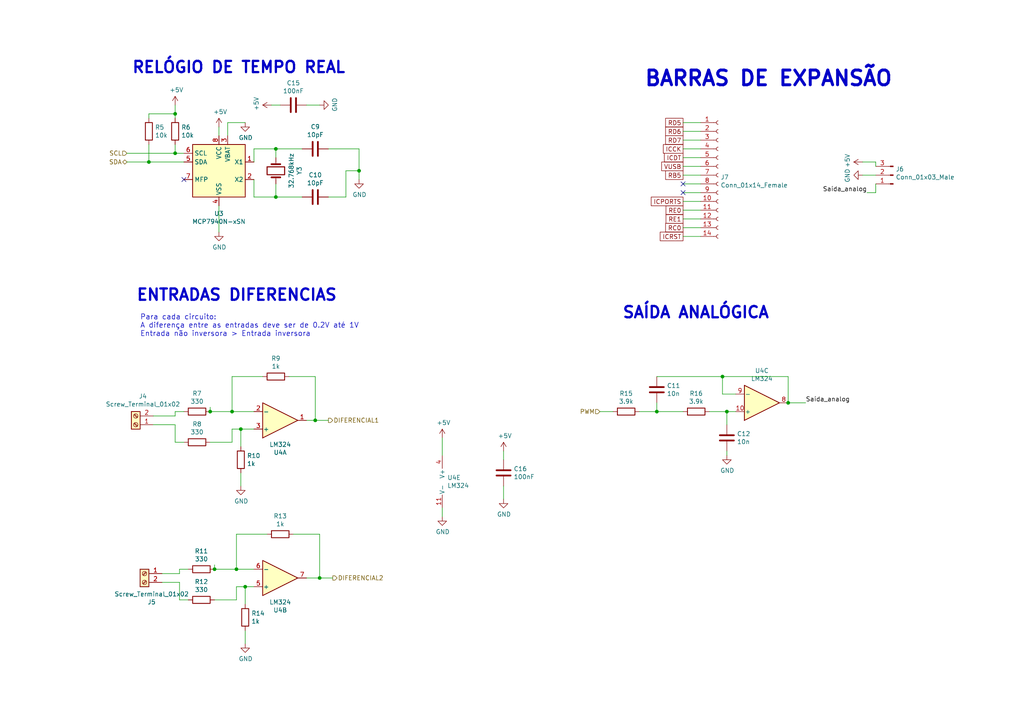
<source format=kicad_sch>
(kicad_sch (version 20211123) (generator eeschema)

  (uuid 97645c12-3f8e-4143-9bc1-75dedd53f63b)

  (paper "A4")

  (lib_symbols
    (symbol "Amplifier_Operational:LM324" (pin_names (offset 0.127)) (in_bom yes) (on_board yes)
      (property "Reference" "U" (id 0) (at 0 5.08 0)
        (effects (font (size 1.27 1.27)) (justify left))
      )
      (property "Value" "LM324" (id 1) (at 0 -5.08 0)
        (effects (font (size 1.27 1.27)) (justify left))
      )
      (property "Footprint" "" (id 2) (at -1.27 2.54 0)
        (effects (font (size 1.27 1.27)) hide)
      )
      (property "Datasheet" "http://www.ti.com/lit/ds/symlink/lm2902-n.pdf" (id 3) (at 1.27 5.08 0)
        (effects (font (size 1.27 1.27)) hide)
      )
      (property "ki_locked" "" (id 4) (at 0 0 0)
        (effects (font (size 1.27 1.27)))
      )
      (property "ki_keywords" "quad opamp" (id 5) (at 0 0 0)
        (effects (font (size 1.27 1.27)) hide)
      )
      (property "ki_description" "Low-Power, Quad-Operational Amplifiers, DIP-14/SOIC-14/SSOP-14" (id 6) (at 0 0 0)
        (effects (font (size 1.27 1.27)) hide)
      )
      (property "ki_fp_filters" "SOIC*3.9x8.7mm*P1.27mm* DIP*W7.62mm* TSSOP*4.4x5mm*P0.65mm* SSOP*5.3x6.2mm*P0.65mm* MSOP*3x3mm*P0.5mm*" (id 7) (at 0 0 0)
        (effects (font (size 1.27 1.27)) hide)
      )
      (symbol "LM324_1_1"
        (polyline
          (pts
            (xy -5.08 5.08)
            (xy 5.08 0)
            (xy -5.08 -5.08)
            (xy -5.08 5.08)
          )
          (stroke (width 0.254) (type default) (color 0 0 0 0))
          (fill (type background))
        )
        (pin output line (at 7.62 0 180) (length 2.54)
          (name "~" (effects (font (size 1.27 1.27))))
          (number "1" (effects (font (size 1.27 1.27))))
        )
        (pin input line (at -7.62 -2.54 0) (length 2.54)
          (name "-" (effects (font (size 1.27 1.27))))
          (number "2" (effects (font (size 1.27 1.27))))
        )
        (pin input line (at -7.62 2.54 0) (length 2.54)
          (name "+" (effects (font (size 1.27 1.27))))
          (number "3" (effects (font (size 1.27 1.27))))
        )
      )
      (symbol "LM324_2_1"
        (polyline
          (pts
            (xy -5.08 5.08)
            (xy 5.08 0)
            (xy -5.08 -5.08)
            (xy -5.08 5.08)
          )
          (stroke (width 0.254) (type default) (color 0 0 0 0))
          (fill (type background))
        )
        (pin input line (at -7.62 2.54 0) (length 2.54)
          (name "+" (effects (font (size 1.27 1.27))))
          (number "5" (effects (font (size 1.27 1.27))))
        )
        (pin input line (at -7.62 -2.54 0) (length 2.54)
          (name "-" (effects (font (size 1.27 1.27))))
          (number "6" (effects (font (size 1.27 1.27))))
        )
        (pin output line (at 7.62 0 180) (length 2.54)
          (name "~" (effects (font (size 1.27 1.27))))
          (number "7" (effects (font (size 1.27 1.27))))
        )
      )
      (symbol "LM324_3_1"
        (polyline
          (pts
            (xy -5.08 5.08)
            (xy 5.08 0)
            (xy -5.08 -5.08)
            (xy -5.08 5.08)
          )
          (stroke (width 0.254) (type default) (color 0 0 0 0))
          (fill (type background))
        )
        (pin input line (at -7.62 2.54 0) (length 2.54)
          (name "+" (effects (font (size 1.27 1.27))))
          (number "10" (effects (font (size 1.27 1.27))))
        )
        (pin output line (at 7.62 0 180) (length 2.54)
          (name "~" (effects (font (size 1.27 1.27))))
          (number "8" (effects (font (size 1.27 1.27))))
        )
        (pin input line (at -7.62 -2.54 0) (length 2.54)
          (name "-" (effects (font (size 1.27 1.27))))
          (number "9" (effects (font (size 1.27 1.27))))
        )
      )
      (symbol "LM324_4_1"
        (polyline
          (pts
            (xy -5.08 5.08)
            (xy 5.08 0)
            (xy -5.08 -5.08)
            (xy -5.08 5.08)
          )
          (stroke (width 0.254) (type default) (color 0 0 0 0))
          (fill (type background))
        )
        (pin input line (at -7.62 2.54 0) (length 2.54)
          (name "+" (effects (font (size 1.27 1.27))))
          (number "12" (effects (font (size 1.27 1.27))))
        )
        (pin input line (at -7.62 -2.54 0) (length 2.54)
          (name "-" (effects (font (size 1.27 1.27))))
          (number "13" (effects (font (size 1.27 1.27))))
        )
        (pin output line (at 7.62 0 180) (length 2.54)
          (name "~" (effects (font (size 1.27 1.27))))
          (number "14" (effects (font (size 1.27 1.27))))
        )
      )
      (symbol "LM324_5_1"
        (pin power_in line (at -2.54 -7.62 90) (length 3.81)
          (name "V-" (effects (font (size 1.27 1.27))))
          (number "11" (effects (font (size 1.27 1.27))))
        )
        (pin power_in line (at -2.54 7.62 270) (length 3.81)
          (name "V+" (effects (font (size 1.27 1.27))))
          (number "4" (effects (font (size 1.27 1.27))))
        )
      )
    )
    (symbol "Connector:Conn_01x03_Male" (pin_names (offset 1.016) hide) (in_bom yes) (on_board yes)
      (property "Reference" "J" (id 0) (at 0 5.08 0)
        (effects (font (size 1.27 1.27)))
      )
      (property "Value" "Conn_01x03_Male" (id 1) (at 0 -5.08 0)
        (effects (font (size 1.27 1.27)))
      )
      (property "Footprint" "" (id 2) (at 0 0 0)
        (effects (font (size 1.27 1.27)) hide)
      )
      (property "Datasheet" "~" (id 3) (at 0 0 0)
        (effects (font (size 1.27 1.27)) hide)
      )
      (property "ki_keywords" "connector" (id 4) (at 0 0 0)
        (effects (font (size 1.27 1.27)) hide)
      )
      (property "ki_description" "Generic connector, single row, 01x03, script generated (kicad-library-utils/schlib/autogen/connector/)" (id 5) (at 0 0 0)
        (effects (font (size 1.27 1.27)) hide)
      )
      (property "ki_fp_filters" "Connector*:*_1x??_*" (id 6) (at 0 0 0)
        (effects (font (size 1.27 1.27)) hide)
      )
      (symbol "Conn_01x03_Male_1_1"
        (polyline
          (pts
            (xy 1.27 -2.54)
            (xy 0.8636 -2.54)
          )
          (stroke (width 0.1524) (type default) (color 0 0 0 0))
          (fill (type none))
        )
        (polyline
          (pts
            (xy 1.27 0)
            (xy 0.8636 0)
          )
          (stroke (width 0.1524) (type default) (color 0 0 0 0))
          (fill (type none))
        )
        (polyline
          (pts
            (xy 1.27 2.54)
            (xy 0.8636 2.54)
          )
          (stroke (width 0.1524) (type default) (color 0 0 0 0))
          (fill (type none))
        )
        (rectangle (start 0.8636 -2.413) (end 0 -2.667)
          (stroke (width 0.1524) (type default) (color 0 0 0 0))
          (fill (type outline))
        )
        (rectangle (start 0.8636 0.127) (end 0 -0.127)
          (stroke (width 0.1524) (type default) (color 0 0 0 0))
          (fill (type outline))
        )
        (rectangle (start 0.8636 2.667) (end 0 2.413)
          (stroke (width 0.1524) (type default) (color 0 0 0 0))
          (fill (type outline))
        )
        (pin passive line (at 5.08 2.54 180) (length 3.81)
          (name "Pin_1" (effects (font (size 1.27 1.27))))
          (number "1" (effects (font (size 1.27 1.27))))
        )
        (pin passive line (at 5.08 0 180) (length 3.81)
          (name "Pin_2" (effects (font (size 1.27 1.27))))
          (number "2" (effects (font (size 1.27 1.27))))
        )
        (pin passive line (at 5.08 -2.54 180) (length 3.81)
          (name "Pin_3" (effects (font (size 1.27 1.27))))
          (number "3" (effects (font (size 1.27 1.27))))
        )
      )
    )
    (symbol "Connector:Conn_01x14_Female" (pin_names (offset 1.016) hide) (in_bom yes) (on_board yes)
      (property "Reference" "J" (id 0) (at 0 17.78 0)
        (effects (font (size 1.27 1.27)))
      )
      (property "Value" "Conn_01x14_Female" (id 1) (at 0 -20.32 0)
        (effects (font (size 1.27 1.27)))
      )
      (property "Footprint" "" (id 2) (at 0 0 0)
        (effects (font (size 1.27 1.27)) hide)
      )
      (property "Datasheet" "~" (id 3) (at 0 0 0)
        (effects (font (size 1.27 1.27)) hide)
      )
      (property "ki_keywords" "connector" (id 4) (at 0 0 0)
        (effects (font (size 1.27 1.27)) hide)
      )
      (property "ki_description" "Generic connector, single row, 01x14, script generated (kicad-library-utils/schlib/autogen/connector/)" (id 5) (at 0 0 0)
        (effects (font (size 1.27 1.27)) hide)
      )
      (property "ki_fp_filters" "Connector*:*_1x??_*" (id 6) (at 0 0 0)
        (effects (font (size 1.27 1.27)) hide)
      )
      (symbol "Conn_01x14_Female_1_1"
        (arc (start 0 -17.272) (mid -0.508 -17.78) (end 0 -18.288)
          (stroke (width 0.1524) (type default) (color 0 0 0 0))
          (fill (type none))
        )
        (arc (start 0 -14.732) (mid -0.508 -15.24) (end 0 -15.748)
          (stroke (width 0.1524) (type default) (color 0 0 0 0))
          (fill (type none))
        )
        (arc (start 0 -12.192) (mid -0.508 -12.7) (end 0 -13.208)
          (stroke (width 0.1524) (type default) (color 0 0 0 0))
          (fill (type none))
        )
        (arc (start 0 -9.652) (mid -0.508 -10.16) (end 0 -10.668)
          (stroke (width 0.1524) (type default) (color 0 0 0 0))
          (fill (type none))
        )
        (arc (start 0 -7.112) (mid -0.508 -7.62) (end 0 -8.128)
          (stroke (width 0.1524) (type default) (color 0 0 0 0))
          (fill (type none))
        )
        (arc (start 0 -4.572) (mid -0.508 -5.08) (end 0 -5.588)
          (stroke (width 0.1524) (type default) (color 0 0 0 0))
          (fill (type none))
        )
        (arc (start 0 -2.032) (mid -0.508 -2.54) (end 0 -3.048)
          (stroke (width 0.1524) (type default) (color 0 0 0 0))
          (fill (type none))
        )
        (polyline
          (pts
            (xy -1.27 -17.78)
            (xy -0.508 -17.78)
          )
          (stroke (width 0.1524) (type default) (color 0 0 0 0))
          (fill (type none))
        )
        (polyline
          (pts
            (xy -1.27 -15.24)
            (xy -0.508 -15.24)
          )
          (stroke (width 0.1524) (type default) (color 0 0 0 0))
          (fill (type none))
        )
        (polyline
          (pts
            (xy -1.27 -12.7)
            (xy -0.508 -12.7)
          )
          (stroke (width 0.1524) (type default) (color 0 0 0 0))
          (fill (type none))
        )
        (polyline
          (pts
            (xy -1.27 -10.16)
            (xy -0.508 -10.16)
          )
          (stroke (width 0.1524) (type default) (color 0 0 0 0))
          (fill (type none))
        )
        (polyline
          (pts
            (xy -1.27 -7.62)
            (xy -0.508 -7.62)
          )
          (stroke (width 0.1524) (type default) (color 0 0 0 0))
          (fill (type none))
        )
        (polyline
          (pts
            (xy -1.27 -5.08)
            (xy -0.508 -5.08)
          )
          (stroke (width 0.1524) (type default) (color 0 0 0 0))
          (fill (type none))
        )
        (polyline
          (pts
            (xy -1.27 -2.54)
            (xy -0.508 -2.54)
          )
          (stroke (width 0.1524) (type default) (color 0 0 0 0))
          (fill (type none))
        )
        (polyline
          (pts
            (xy -1.27 0)
            (xy -0.508 0)
          )
          (stroke (width 0.1524) (type default) (color 0 0 0 0))
          (fill (type none))
        )
        (polyline
          (pts
            (xy -1.27 2.54)
            (xy -0.508 2.54)
          )
          (stroke (width 0.1524) (type default) (color 0 0 0 0))
          (fill (type none))
        )
        (polyline
          (pts
            (xy -1.27 5.08)
            (xy -0.508 5.08)
          )
          (stroke (width 0.1524) (type default) (color 0 0 0 0))
          (fill (type none))
        )
        (polyline
          (pts
            (xy -1.27 7.62)
            (xy -0.508 7.62)
          )
          (stroke (width 0.1524) (type default) (color 0 0 0 0))
          (fill (type none))
        )
        (polyline
          (pts
            (xy -1.27 10.16)
            (xy -0.508 10.16)
          )
          (stroke (width 0.1524) (type default) (color 0 0 0 0))
          (fill (type none))
        )
        (polyline
          (pts
            (xy -1.27 12.7)
            (xy -0.508 12.7)
          )
          (stroke (width 0.1524) (type default) (color 0 0 0 0))
          (fill (type none))
        )
        (polyline
          (pts
            (xy -1.27 15.24)
            (xy -0.508 15.24)
          )
          (stroke (width 0.1524) (type default) (color 0 0 0 0))
          (fill (type none))
        )
        (arc (start 0 0.508) (mid -0.508 0) (end 0 -0.508)
          (stroke (width 0.1524) (type default) (color 0 0 0 0))
          (fill (type none))
        )
        (arc (start 0 3.048) (mid -0.508 2.54) (end 0 2.032)
          (stroke (width 0.1524) (type default) (color 0 0 0 0))
          (fill (type none))
        )
        (arc (start 0 5.588) (mid -0.508 5.08) (end 0 4.572)
          (stroke (width 0.1524) (type default) (color 0 0 0 0))
          (fill (type none))
        )
        (arc (start 0 8.128) (mid -0.508 7.62) (end 0 7.112)
          (stroke (width 0.1524) (type default) (color 0 0 0 0))
          (fill (type none))
        )
        (arc (start 0 10.668) (mid -0.508 10.16) (end 0 9.652)
          (stroke (width 0.1524) (type default) (color 0 0 0 0))
          (fill (type none))
        )
        (arc (start 0 13.208) (mid -0.508 12.7) (end 0 12.192)
          (stroke (width 0.1524) (type default) (color 0 0 0 0))
          (fill (type none))
        )
        (arc (start 0 15.748) (mid -0.508 15.24) (end 0 14.732)
          (stroke (width 0.1524) (type default) (color 0 0 0 0))
          (fill (type none))
        )
        (pin passive line (at -5.08 15.24 0) (length 3.81)
          (name "Pin_1" (effects (font (size 1.27 1.27))))
          (number "1" (effects (font (size 1.27 1.27))))
        )
        (pin passive line (at -5.08 -7.62 0) (length 3.81)
          (name "Pin_10" (effects (font (size 1.27 1.27))))
          (number "10" (effects (font (size 1.27 1.27))))
        )
        (pin passive line (at -5.08 -10.16 0) (length 3.81)
          (name "Pin_11" (effects (font (size 1.27 1.27))))
          (number "11" (effects (font (size 1.27 1.27))))
        )
        (pin passive line (at -5.08 -12.7 0) (length 3.81)
          (name "Pin_12" (effects (font (size 1.27 1.27))))
          (number "12" (effects (font (size 1.27 1.27))))
        )
        (pin passive line (at -5.08 -15.24 0) (length 3.81)
          (name "Pin_13" (effects (font (size 1.27 1.27))))
          (number "13" (effects (font (size 1.27 1.27))))
        )
        (pin passive line (at -5.08 -17.78 0) (length 3.81)
          (name "Pin_14" (effects (font (size 1.27 1.27))))
          (number "14" (effects (font (size 1.27 1.27))))
        )
        (pin passive line (at -5.08 12.7 0) (length 3.81)
          (name "Pin_2" (effects (font (size 1.27 1.27))))
          (number "2" (effects (font (size 1.27 1.27))))
        )
        (pin passive line (at -5.08 10.16 0) (length 3.81)
          (name "Pin_3" (effects (font (size 1.27 1.27))))
          (number "3" (effects (font (size 1.27 1.27))))
        )
        (pin passive line (at -5.08 7.62 0) (length 3.81)
          (name "Pin_4" (effects (font (size 1.27 1.27))))
          (number "4" (effects (font (size 1.27 1.27))))
        )
        (pin passive line (at -5.08 5.08 0) (length 3.81)
          (name "Pin_5" (effects (font (size 1.27 1.27))))
          (number "5" (effects (font (size 1.27 1.27))))
        )
        (pin passive line (at -5.08 2.54 0) (length 3.81)
          (name "Pin_6" (effects (font (size 1.27 1.27))))
          (number "6" (effects (font (size 1.27 1.27))))
        )
        (pin passive line (at -5.08 0 0) (length 3.81)
          (name "Pin_7" (effects (font (size 1.27 1.27))))
          (number "7" (effects (font (size 1.27 1.27))))
        )
        (pin passive line (at -5.08 -2.54 0) (length 3.81)
          (name "Pin_8" (effects (font (size 1.27 1.27))))
          (number "8" (effects (font (size 1.27 1.27))))
        )
        (pin passive line (at -5.08 -5.08 0) (length 3.81)
          (name "Pin_9" (effects (font (size 1.27 1.27))))
          (number "9" (effects (font (size 1.27 1.27))))
        )
      )
    )
    (symbol "Connector:Screw_Terminal_01x02" (pin_names (offset 1.016) hide) (in_bom yes) (on_board yes)
      (property "Reference" "J" (id 0) (at 0 2.54 0)
        (effects (font (size 1.27 1.27)))
      )
      (property "Value" "Screw_Terminal_01x02" (id 1) (at 0 -5.08 0)
        (effects (font (size 1.27 1.27)))
      )
      (property "Footprint" "" (id 2) (at 0 0 0)
        (effects (font (size 1.27 1.27)) hide)
      )
      (property "Datasheet" "~" (id 3) (at 0 0 0)
        (effects (font (size 1.27 1.27)) hide)
      )
      (property "ki_keywords" "screw terminal" (id 4) (at 0 0 0)
        (effects (font (size 1.27 1.27)) hide)
      )
      (property "ki_description" "Generic screw terminal, single row, 01x02, script generated (kicad-library-utils/schlib/autogen/connector/)" (id 5) (at 0 0 0)
        (effects (font (size 1.27 1.27)) hide)
      )
      (property "ki_fp_filters" "TerminalBlock*:*" (id 6) (at 0 0 0)
        (effects (font (size 1.27 1.27)) hide)
      )
      (symbol "Screw_Terminal_01x02_1_1"
        (rectangle (start -1.27 1.27) (end 1.27 -3.81)
          (stroke (width 0.254) (type default) (color 0 0 0 0))
          (fill (type background))
        )
        (circle (center 0 -2.54) (radius 0.635)
          (stroke (width 0.1524) (type default) (color 0 0 0 0))
          (fill (type none))
        )
        (polyline
          (pts
            (xy -0.5334 -2.2098)
            (xy 0.3302 -3.048)
          )
          (stroke (width 0.1524) (type default) (color 0 0 0 0))
          (fill (type none))
        )
        (polyline
          (pts
            (xy -0.5334 0.3302)
            (xy 0.3302 -0.508)
          )
          (stroke (width 0.1524) (type default) (color 0 0 0 0))
          (fill (type none))
        )
        (polyline
          (pts
            (xy -0.3556 -2.032)
            (xy 0.508 -2.8702)
          )
          (stroke (width 0.1524) (type default) (color 0 0 0 0))
          (fill (type none))
        )
        (polyline
          (pts
            (xy -0.3556 0.508)
            (xy 0.508 -0.3302)
          )
          (stroke (width 0.1524) (type default) (color 0 0 0 0))
          (fill (type none))
        )
        (circle (center 0 0) (radius 0.635)
          (stroke (width 0.1524) (type default) (color 0 0 0 0))
          (fill (type none))
        )
        (pin passive line (at -5.08 0 0) (length 3.81)
          (name "Pin_1" (effects (font (size 1.27 1.27))))
          (number "1" (effects (font (size 1.27 1.27))))
        )
        (pin passive line (at -5.08 -2.54 0) (length 3.81)
          (name "Pin_2" (effects (font (size 1.27 1.27))))
          (number "2" (effects (font (size 1.27 1.27))))
        )
      )
    )
    (symbol "Device:C" (pin_numbers hide) (pin_names (offset 0.254)) (in_bom yes) (on_board yes)
      (property "Reference" "C" (id 0) (at 0.635 2.54 0)
        (effects (font (size 1.27 1.27)) (justify left))
      )
      (property "Value" "C" (id 1) (at 0.635 -2.54 0)
        (effects (font (size 1.27 1.27)) (justify left))
      )
      (property "Footprint" "" (id 2) (at 0.9652 -3.81 0)
        (effects (font (size 1.27 1.27)) hide)
      )
      (property "Datasheet" "~" (id 3) (at 0 0 0)
        (effects (font (size 1.27 1.27)) hide)
      )
      (property "ki_keywords" "cap capacitor" (id 4) (at 0 0 0)
        (effects (font (size 1.27 1.27)) hide)
      )
      (property "ki_description" "Unpolarized capacitor" (id 5) (at 0 0 0)
        (effects (font (size 1.27 1.27)) hide)
      )
      (property "ki_fp_filters" "C_*" (id 6) (at 0 0 0)
        (effects (font (size 1.27 1.27)) hide)
      )
      (symbol "C_0_1"
        (polyline
          (pts
            (xy -2.032 -0.762)
            (xy 2.032 -0.762)
          )
          (stroke (width 0.508) (type default) (color 0 0 0 0))
          (fill (type none))
        )
        (polyline
          (pts
            (xy -2.032 0.762)
            (xy 2.032 0.762)
          )
          (stroke (width 0.508) (type default) (color 0 0 0 0))
          (fill (type none))
        )
      )
      (symbol "C_1_1"
        (pin passive line (at 0 3.81 270) (length 2.794)
          (name "~" (effects (font (size 1.27 1.27))))
          (number "1" (effects (font (size 1.27 1.27))))
        )
        (pin passive line (at 0 -3.81 90) (length 2.794)
          (name "~" (effects (font (size 1.27 1.27))))
          (number "2" (effects (font (size 1.27 1.27))))
        )
      )
    )
    (symbol "Device:Crystal" (pin_numbers hide) (pin_names (offset 1.016) hide) (in_bom yes) (on_board yes)
      (property "Reference" "Y" (id 0) (at 0 3.81 0)
        (effects (font (size 1.27 1.27)))
      )
      (property "Value" "Crystal" (id 1) (at 0 -3.81 0)
        (effects (font (size 1.27 1.27)))
      )
      (property "Footprint" "" (id 2) (at 0 0 0)
        (effects (font (size 1.27 1.27)) hide)
      )
      (property "Datasheet" "~" (id 3) (at 0 0 0)
        (effects (font (size 1.27 1.27)) hide)
      )
      (property "ki_keywords" "quartz ceramic resonator oscillator" (id 4) (at 0 0 0)
        (effects (font (size 1.27 1.27)) hide)
      )
      (property "ki_description" "Two pin crystal" (id 5) (at 0 0 0)
        (effects (font (size 1.27 1.27)) hide)
      )
      (property "ki_fp_filters" "Crystal*" (id 6) (at 0 0 0)
        (effects (font (size 1.27 1.27)) hide)
      )
      (symbol "Crystal_0_1"
        (rectangle (start -1.143 2.54) (end 1.143 -2.54)
          (stroke (width 0.3048) (type default) (color 0 0 0 0))
          (fill (type none))
        )
        (polyline
          (pts
            (xy -2.54 0)
            (xy -1.905 0)
          )
          (stroke (width 0) (type default) (color 0 0 0 0))
          (fill (type none))
        )
        (polyline
          (pts
            (xy -1.905 -1.27)
            (xy -1.905 1.27)
          )
          (stroke (width 0.508) (type default) (color 0 0 0 0))
          (fill (type none))
        )
        (polyline
          (pts
            (xy 1.905 -1.27)
            (xy 1.905 1.27)
          )
          (stroke (width 0.508) (type default) (color 0 0 0 0))
          (fill (type none))
        )
        (polyline
          (pts
            (xy 2.54 0)
            (xy 1.905 0)
          )
          (stroke (width 0) (type default) (color 0 0 0 0))
          (fill (type none))
        )
      )
      (symbol "Crystal_1_1"
        (pin passive line (at -3.81 0 0) (length 1.27)
          (name "1" (effects (font (size 1.27 1.27))))
          (number "1" (effects (font (size 1.27 1.27))))
        )
        (pin passive line (at 3.81 0 180) (length 1.27)
          (name "2" (effects (font (size 1.27 1.27))))
          (number "2" (effects (font (size 1.27 1.27))))
        )
      )
    )
    (symbol "Device:R" (pin_numbers hide) (pin_names (offset 0)) (in_bom yes) (on_board yes)
      (property "Reference" "R" (id 0) (at 2.032 0 90)
        (effects (font (size 1.27 1.27)))
      )
      (property "Value" "R" (id 1) (at 0 0 90)
        (effects (font (size 1.27 1.27)))
      )
      (property "Footprint" "" (id 2) (at -1.778 0 90)
        (effects (font (size 1.27 1.27)) hide)
      )
      (property "Datasheet" "~" (id 3) (at 0 0 0)
        (effects (font (size 1.27 1.27)) hide)
      )
      (property "ki_keywords" "R res resistor" (id 4) (at 0 0 0)
        (effects (font (size 1.27 1.27)) hide)
      )
      (property "ki_description" "Resistor" (id 5) (at 0 0 0)
        (effects (font (size 1.27 1.27)) hide)
      )
      (property "ki_fp_filters" "R_*" (id 6) (at 0 0 0)
        (effects (font (size 1.27 1.27)) hide)
      )
      (symbol "R_0_1"
        (rectangle (start -1.016 -2.54) (end 1.016 2.54)
          (stroke (width 0.254) (type default) (color 0 0 0 0))
          (fill (type none))
        )
      )
      (symbol "R_1_1"
        (pin passive line (at 0 3.81 270) (length 1.27)
          (name "~" (effects (font (size 1.27 1.27))))
          (number "1" (effects (font (size 1.27 1.27))))
        )
        (pin passive line (at 0 -3.81 90) (length 1.27)
          (name "~" (effects (font (size 1.27 1.27))))
          (number "2" (effects (font (size 1.27 1.27))))
        )
      )
    )
    (symbol "PBLE01-rescue:MCP7940N-xSN-Timer" (in_bom yes) (on_board yes)
      (property "Reference" "U" (id 0) (at -6.35 8.89 0)
        (effects (font (size 1.27 1.27)))
      )
      (property "Value" "MCP7940N-xSN-Timer" (id 1) (at 11.43 8.89 0)
        (effects (font (size 1.27 1.27)))
      )
      (property "Footprint" "" (id 2) (at 0 0 0)
        (effects (font (size 1.27 1.27)) hide)
      )
      (property "Datasheet" "" (id 3) (at 0 0 0)
        (effects (font (size 1.27 1.27)) hide)
      )
      (property "ki_fp_filters" "SOIC*3.9x4.9mm*P1.27mm* TSSOP*4.4x3mm*P0.65mm* MSOP*3x3mm*P0.65mm* DIP*W7.62mm*" (id 4) (at 0 0 0)
        (effects (font (size 1.27 1.27)) hide)
      )
      (symbol "MCP7940N-xSN-Timer_0_1"
        (rectangle (start -7.62 7.62) (end 7.62 -7.62)
          (stroke (width 0.254) (type default) (color 0 0 0 0))
          (fill (type background))
        )
      )
      (symbol "MCP7940N-xSN-Timer_1_1"
        (pin input line (at 10.16 2.54 180) (length 2.54)
          (name "X1" (effects (font (size 1.27 1.27))))
          (number "1" (effects (font (size 1.27 1.27))))
        )
        (pin output line (at 10.16 -2.54 180) (length 2.54)
          (name "X2" (effects (font (size 1.27 1.27))))
          (number "2" (effects (font (size 1.27 1.27))))
        )
        (pin power_in line (at 2.54 10.16 270) (length 2.54)
          (name "VBAT" (effects (font (size 1.27 1.27))))
          (number "3" (effects (font (size 1.27 1.27))))
        )
        (pin power_in line (at 0 -10.16 90) (length 2.54)
          (name "VSS" (effects (font (size 1.27 1.27))))
          (number "4" (effects (font (size 1.27 1.27))))
        )
        (pin bidirectional line (at -10.16 2.54 0) (length 2.54)
          (name "SDA" (effects (font (size 1.27 1.27))))
          (number "5" (effects (font (size 1.27 1.27))))
        )
        (pin input line (at -10.16 5.08 0) (length 2.54)
          (name "SCL" (effects (font (size 1.27 1.27))))
          (number "6" (effects (font (size 1.27 1.27))))
        )
        (pin open_collector line (at -10.16 -2.54 0) (length 2.54)
          (name "MFP" (effects (font (size 1.27 1.27))))
          (number "7" (effects (font (size 1.27 1.27))))
        )
        (pin power_in line (at 0 10.16 270) (length 2.54)
          (name "VCC" (effects (font (size 1.27 1.27))))
          (number "8" (effects (font (size 1.27 1.27))))
        )
      )
    )
    (symbol "power:+5V" (power) (pin_names (offset 0)) (in_bom yes) (on_board yes)
      (property "Reference" "#PWR" (id 0) (at 0 -3.81 0)
        (effects (font (size 1.27 1.27)) hide)
      )
      (property "Value" "+5V" (id 1) (at 0 3.556 0)
        (effects (font (size 1.27 1.27)))
      )
      (property "Footprint" "" (id 2) (at 0 0 0)
        (effects (font (size 1.27 1.27)) hide)
      )
      (property "Datasheet" "" (id 3) (at 0 0 0)
        (effects (font (size 1.27 1.27)) hide)
      )
      (property "ki_keywords" "power-flag" (id 4) (at 0 0 0)
        (effects (font (size 1.27 1.27)) hide)
      )
      (property "ki_description" "Power symbol creates a global label with name \"+5V\"" (id 5) (at 0 0 0)
        (effects (font (size 1.27 1.27)) hide)
      )
      (symbol "+5V_0_1"
        (polyline
          (pts
            (xy -0.762 1.27)
            (xy 0 2.54)
          )
          (stroke (width 0) (type default) (color 0 0 0 0))
          (fill (type none))
        )
        (polyline
          (pts
            (xy 0 0)
            (xy 0 2.54)
          )
          (stroke (width 0) (type default) (color 0 0 0 0))
          (fill (type none))
        )
        (polyline
          (pts
            (xy 0 2.54)
            (xy 0.762 1.27)
          )
          (stroke (width 0) (type default) (color 0 0 0 0))
          (fill (type none))
        )
      )
      (symbol "+5V_1_1"
        (pin power_in line (at 0 0 90) (length 0) hide
          (name "+5V" (effects (font (size 1.27 1.27))))
          (number "1" (effects (font (size 1.27 1.27))))
        )
      )
    )
    (symbol "power:GND" (power) (pin_names (offset 0)) (in_bom yes) (on_board yes)
      (property "Reference" "#PWR" (id 0) (at 0 -6.35 0)
        (effects (font (size 1.27 1.27)) hide)
      )
      (property "Value" "GND" (id 1) (at 0 -3.81 0)
        (effects (font (size 1.27 1.27)))
      )
      (property "Footprint" "" (id 2) (at 0 0 0)
        (effects (font (size 1.27 1.27)) hide)
      )
      (property "Datasheet" "" (id 3) (at 0 0 0)
        (effects (font (size 1.27 1.27)) hide)
      )
      (property "ki_keywords" "power-flag" (id 4) (at 0 0 0)
        (effects (font (size 1.27 1.27)) hide)
      )
      (property "ki_description" "Power symbol creates a global label with name \"GND\" , ground" (id 5) (at 0 0 0)
        (effects (font (size 1.27 1.27)) hide)
      )
      (symbol "GND_0_1"
        (polyline
          (pts
            (xy 0 0)
            (xy 0 -1.27)
            (xy 1.27 -1.27)
            (xy 0 -2.54)
            (xy -1.27 -1.27)
            (xy 0 -1.27)
          )
          (stroke (width 0) (type default) (color 0 0 0 0))
          (fill (type none))
        )
      )
      (symbol "GND_1_1"
        (pin power_in line (at 0 0 270) (length 0) hide
          (name "GND" (effects (font (size 1.27 1.27))))
          (number "1" (effects (font (size 1.27 1.27))))
        )
      )
    )
  )

  (junction (at 209.55 109.22) (diameter 0) (color 0 0 0 0)
    (uuid 1662a9f2-175b-4657-b842-272904bb1bec)
  )
  (junction (at 228.6 116.84) (diameter 0) (color 0 0 0 0)
    (uuid 31e66d9a-3ae2-4ae4-a00b-7886bfd57143)
  )
  (junction (at 67.31 119.38) (diameter 0) (color 0 0 0 0)
    (uuid 33eb3647-0c55-4f87-a4ba-d6a9f4295912)
  )
  (junction (at 190.5 119.38) (diameter 0) (color 0 0 0 0)
    (uuid 35aa1a3d-c24c-42a9-8891-fa8d91710962)
  )
  (junction (at 60.96 119.38) (diameter 0) (color 0 0 0 0)
    (uuid 56e5ae28-3b0d-4226-a8d5-e8868e83ef13)
  )
  (junction (at 62.23 165.1) (diameter 0) (color 0 0 0 0)
    (uuid 6f94fba2-bb6e-4b49-962f-85b5114f2e83)
  )
  (junction (at 104.14 49.53) (diameter 0) (color 0 0 0 0)
    (uuid 87700673-393d-4f6a-a6a2-2a0288a1bd57)
  )
  (junction (at 210.82 119.38) (diameter 0) (color 0 0 0 0)
    (uuid 89138c8a-ec01-44df-aacb-82cca5be3cc8)
  )
  (junction (at 91.44 121.92) (diameter 0) (color 0 0 0 0)
    (uuid a59fee40-edb5-4297-9a64-ae18a8c58e60)
  )
  (junction (at 50.8 44.45) (diameter 0) (color 0 0 0 0)
    (uuid b21ec059-795e-4aba-9439-b34cfa5a8e13)
  )
  (junction (at 80.01 43.18) (diameter 0) (color 0 0 0 0)
    (uuid c434664c-6c6d-4d86-ac69-abdf7e9afe1b)
  )
  (junction (at 71.12 170.18) (diameter 0) (color 0 0 0 0)
    (uuid d29a6a5c-2d93-4a56-a2fc-0470f192f95a)
  )
  (junction (at 43.18 46.99) (diameter 0) (color 0 0 0 0)
    (uuid d4b1cbbb-a2a2-49fa-914d-2c6bf6089b0b)
  )
  (junction (at 92.71 167.64) (diameter 0) (color 0 0 0 0)
    (uuid d522c174-2d8b-4a1f-b7c0-8e65b4f51d3e)
  )
  (junction (at 69.85 124.46) (diameter 0) (color 0 0 0 0)
    (uuid e664591a-89af-44ff-a592-1594df40e151)
  )
  (junction (at 68.58 165.1) (diameter 0) (color 0 0 0 0)
    (uuid eeab0b23-f450-4653-b569-216c0aa19cb3)
  )
  (junction (at 80.01 57.15) (diameter 0) (color 0 0 0 0)
    (uuid f916504a-4bc3-4d65-bb64-84de949515bf)
  )
  (junction (at 50.8 33.02) (diameter 0) (color 0 0 0 0)
    (uuid f9eb66d4-2166-43ad-b8a2-1373870e42e7)
  )

  (no_connect (at 198.12 53.34) (uuid 026485e6-1738-435c-86e0-35a107fa666e))
  (no_connect (at 198.12 55.88) (uuid 026485e6-1738-435c-86e0-35a107fa666f))
  (no_connect (at 53.34 52.07) (uuid 0ad98064-03d2-441f-a687-755489a2e371))

  (wire (pts (xy 66.04 39.37) (xy 66.04 35.56))
    (stroke (width 0) (type default) (color 0 0 0 0))
    (uuid 009a224e-9395-4599-a4ab-c41a362ccab2)
  )
  (wire (pts (xy 198.12 43.18) (xy 203.2 43.18))
    (stroke (width 0) (type default) (color 0 0 0 0))
    (uuid 00ef56e5-9f15-452e-8c0f-e3bb68dabe67)
  )
  (wire (pts (xy 62.23 165.1) (xy 68.58 165.1))
    (stroke (width 0) (type default) (color 0 0 0 0))
    (uuid 06aca2d0-31d2-4aaf-9c11-2f18d7281a85)
  )
  (wire (pts (xy 92.71 154.94) (xy 85.09 154.94))
    (stroke (width 0) (type default) (color 0 0 0 0))
    (uuid 078197cd-88b3-4dc9-b882-cc934ac88e42)
  )
  (wire (pts (xy 50.8 41.91) (xy 50.8 44.45))
    (stroke (width 0) (type default) (color 0 0 0 0))
    (uuid 08903fcc-94c8-44a1-b6ce-a3625c6aba8a)
  )
  (wire (pts (xy 210.82 123.19) (xy 210.82 119.38))
    (stroke (width 0) (type default) (color 0 0 0 0))
    (uuid 09e5fa45-0ffa-43ea-bcb9-10be90ddf3d7)
  )
  (wire (pts (xy 173.99 119.38) (xy 177.8 119.38))
    (stroke (width 0) (type default) (color 0 0 0 0))
    (uuid 0b5e47a9-281e-4b9b-a317-723ec415fd2b)
  )
  (wire (pts (xy 43.18 46.99) (xy 53.34 46.99))
    (stroke (width 0) (type default) (color 0 0 0 0))
    (uuid 0b936996-ed46-40e7-89bb-347dcbfc7fb1)
  )
  (wire (pts (xy 62.23 173.99) (xy 68.58 173.99))
    (stroke (width 0) (type default) (color 0 0 0 0))
    (uuid 0c5a2369-9a11-4b9f-b9ad-ed79315b4aa5)
  )
  (wire (pts (xy 95.25 57.15) (xy 100.33 57.15))
    (stroke (width 0) (type default) (color 0 0 0 0))
    (uuid 0d7b7b70-dc31-4d33-8e38-73cd91317ffa)
  )
  (wire (pts (xy 88.9 167.64) (xy 92.71 167.64))
    (stroke (width 0) (type default) (color 0 0 0 0))
    (uuid 0f7acb89-0fe5-4caf-92cc-005dd23fc078)
  )
  (wire (pts (xy 190.5 119.38) (xy 198.12 119.38))
    (stroke (width 0) (type default) (color 0 0 0 0))
    (uuid 0fa50161-d5cf-445a-b6c6-ec400235b2d3)
  )
  (wire (pts (xy 80.01 57.15) (xy 87.63 57.15))
    (stroke (width 0) (type default) (color 0 0 0 0))
    (uuid 1632f78a-22d6-443a-a864-6ac2eb3b2596)
  )
  (wire (pts (xy 52.07 168.91) (xy 52.07 173.99))
    (stroke (width 0) (type default) (color 0 0 0 0))
    (uuid 1983d2cb-6525-46f6-a4a9-2ed518c3f0bd)
  )
  (wire (pts (xy 128.27 132.08) (xy 128.27 127))
    (stroke (width 0) (type default) (color 0 0 0 0))
    (uuid 1be5822f-d727-411e-88b9-346261f8fb87)
  )
  (wire (pts (xy 92.71 167.64) (xy 92.71 154.94))
    (stroke (width 0) (type default) (color 0 0 0 0))
    (uuid 1c6c866f-f57e-4cc1-a5f7-e373a4551adb)
  )
  (wire (pts (xy 50.8 33.02) (xy 50.8 30.48))
    (stroke (width 0) (type default) (color 0 0 0 0))
    (uuid 1db0e042-fb53-4d45-b876-dd492f162bcd)
  )
  (wire (pts (xy 71.12 186.69) (xy 71.12 182.88))
    (stroke (width 0) (type default) (color 0 0 0 0))
    (uuid 1e443640-6c3b-4a54-ada5-74183a708e82)
  )
  (wire (pts (xy 68.58 165.1) (xy 68.58 154.94))
    (stroke (width 0) (type default) (color 0 0 0 0))
    (uuid 1e49cb5b-90fe-434e-a736-45c0156f9ed5)
  )
  (wire (pts (xy 91.44 109.22) (xy 83.82 109.22))
    (stroke (width 0) (type default) (color 0 0 0 0))
    (uuid 1f042e69-ea17-4f8f-b2ad-d3e1189d2c12)
  )
  (wire (pts (xy 209.55 114.3) (xy 209.55 109.22))
    (stroke (width 0) (type default) (color 0 0 0 0))
    (uuid 1fd5b798-735d-4339-92a6-f1c3e058e52c)
  )
  (wire (pts (xy 228.6 116.84) (xy 233.68 116.84))
    (stroke (width 0) (type default) (color 0 0 0 0))
    (uuid 2241e1e1-30bf-4de9-80ea-3772a144e9af)
  )
  (wire (pts (xy 52.07 165.1) (xy 54.61 165.1))
    (stroke (width 0) (type default) (color 0 0 0 0))
    (uuid 285a8c71-319e-48cd-9034-920f28228be6)
  )
  (wire (pts (xy 43.18 34.29) (xy 43.18 33.02))
    (stroke (width 0) (type default) (color 0 0 0 0))
    (uuid 2aada090-11d3-4936-a76a-675b7b2a016c)
  )
  (wire (pts (xy 128.27 149.86) (xy 128.27 147.32))
    (stroke (width 0) (type default) (color 0 0 0 0))
    (uuid 2d35db6a-9ff4-4297-a43f-23b0d2115145)
  )
  (wire (pts (xy 190.5 109.22) (xy 209.55 109.22))
    (stroke (width 0) (type default) (color 0 0 0 0))
    (uuid 2f10f100-0a22-448f-b6eb-f7fbf874055b)
  )
  (wire (pts (xy 100.33 49.53) (xy 104.14 49.53))
    (stroke (width 0) (type default) (color 0 0 0 0))
    (uuid 314fd4da-9f37-415c-947e-4354b7f13d78)
  )
  (wire (pts (xy 198.12 35.56) (xy 203.2 35.56))
    (stroke (width 0) (type default) (color 0 0 0 0))
    (uuid 3268557f-7f8d-4aef-b170-18d6029672bd)
  )
  (wire (pts (xy 91.44 121.92) (xy 91.44 109.22))
    (stroke (width 0) (type default) (color 0 0 0 0))
    (uuid 3407f62e-15d5-4202-89d2-6d68b1633150)
  )
  (wire (pts (xy 44.45 120.65) (xy 50.8 120.65))
    (stroke (width 0) (type default) (color 0 0 0 0))
    (uuid 3439ff47-9b4a-448a-9d39-44eec00699a6)
  )
  (wire (pts (xy 50.8 33.02) (xy 50.8 34.29))
    (stroke (width 0) (type default) (color 0 0 0 0))
    (uuid 35bdc75f-8d84-4f6a-ad7a-90f84b0a9383)
  )
  (wire (pts (xy 69.85 140.97) (xy 69.85 137.16))
    (stroke (width 0) (type default) (color 0 0 0 0))
    (uuid 383b8136-8689-4209-be6a-0cc53fc0addd)
  )
  (wire (pts (xy 88.9 121.92) (xy 91.44 121.92))
    (stroke (width 0) (type default) (color 0 0 0 0))
    (uuid 38578318-01f4-4f12-99e7-ba4e527756e2)
  )
  (wire (pts (xy 67.31 109.22) (xy 76.2 109.22))
    (stroke (width 0) (type default) (color 0 0 0 0))
    (uuid 3c4aa8f5-155b-4de9-8235-144318de9b46)
  )
  (wire (pts (xy 71.12 175.26) (xy 71.12 170.18))
    (stroke (width 0) (type default) (color 0 0 0 0))
    (uuid 43d1c12a-9e19-4b80-a7e8-d5e97a2da251)
  )
  (wire (pts (xy 67.31 119.38) (xy 73.66 119.38))
    (stroke (width 0) (type default) (color 0 0 0 0))
    (uuid 47741ae0-af6c-4c8a-a66e-b2a5f55cdbc7)
  )
  (wire (pts (xy 146.05 140.97) (xy 146.05 144.78))
    (stroke (width 0) (type default) (color 0 0 0 0))
    (uuid 47ebdba1-27f8-4f0e-b5f3-ca543ae73f9e)
  )
  (wire (pts (xy 198.12 68.58) (xy 203.2 68.58))
    (stroke (width 0) (type default) (color 0 0 0 0))
    (uuid 4d53819f-76fc-4769-a411-dd5a8418e47f)
  )
  (wire (pts (xy 60.96 128.27) (xy 67.31 128.27))
    (stroke (width 0) (type default) (color 0 0 0 0))
    (uuid 4da0cb94-bac5-4769-9df1-41f668ea5335)
  )
  (wire (pts (xy 198.12 45.72) (xy 203.2 45.72))
    (stroke (width 0) (type default) (color 0 0 0 0))
    (uuid 4f1792f5-7f20-4197-8834-a19d42e6f1e3)
  )
  (wire (pts (xy 52.07 166.37) (xy 52.07 165.1))
    (stroke (width 0) (type default) (color 0 0 0 0))
    (uuid 506f388e-4760-4929-8460-42e9587a00e1)
  )
  (wire (pts (xy 80.01 57.15) (xy 80.01 53.34))
    (stroke (width 0) (type default) (color 0 0 0 0))
    (uuid 583d8f05-74bc-486e-b84c-ffcf870d39ce)
  )
  (wire (pts (xy 198.12 66.04) (xy 203.2 66.04))
    (stroke (width 0) (type default) (color 0 0 0 0))
    (uuid 5b6bf7a5-b906-4c52-b709-4f2c8c0b9ad6)
  )
  (wire (pts (xy 60.96 119.38) (xy 67.31 119.38))
    (stroke (width 0) (type default) (color 0 0 0 0))
    (uuid 5b890510-dccd-4c52-8b9e-8aae04a61960)
  )
  (wire (pts (xy 104.14 43.18) (xy 104.14 49.53))
    (stroke (width 0) (type default) (color 0 0 0 0))
    (uuid 6085a08d-aecd-4f5e-9c45-8cd43217ec46)
  )
  (wire (pts (xy 100.33 57.15) (xy 100.33 49.53))
    (stroke (width 0) (type default) (color 0 0 0 0))
    (uuid 65eebb72-c536-4bf7-9604-6ad87a1cf84a)
  )
  (wire (pts (xy 53.34 128.27) (xy 50.8 128.27))
    (stroke (width 0) (type default) (color 0 0 0 0))
    (uuid 66f86d84-dbde-4d64-b72b-11fcc25b79f9)
  )
  (wire (pts (xy 104.14 49.53) (xy 104.14 52.07))
    (stroke (width 0) (type default) (color 0 0 0 0))
    (uuid 6744b7e5-6c1d-48ce-ac0f-73e472a8faef)
  )
  (wire (pts (xy 63.5 39.37) (xy 63.5 36.83))
    (stroke (width 0) (type default) (color 0 0 0 0))
    (uuid 6b381aa3-a693-45bb-8808-63a4bbf57e35)
  )
  (wire (pts (xy 67.31 119.38) (xy 67.31 109.22))
    (stroke (width 0) (type default) (color 0 0 0 0))
    (uuid 6b77fa08-33a5-4ea1-8175-c0aa7279af4c)
  )
  (wire (pts (xy 210.82 119.38) (xy 213.36 119.38))
    (stroke (width 0) (type default) (color 0 0 0 0))
    (uuid 6bf5c5d6-15d2-492b-84e8-f9ac5bcef0b9)
  )
  (wire (pts (xy 251.46 55.88) (xy 254 55.88))
    (stroke (width 0) (type default) (color 0 0 0 0))
    (uuid 6de37e98-f01d-454a-a469-b749fac646ae)
  )
  (wire (pts (xy 254 55.88) (xy 254 53.34))
    (stroke (width 0) (type default) (color 0 0 0 0))
    (uuid 6fcc4768-26a7-4135-8ae3-eec1fea466fd)
  )
  (wire (pts (xy 95.25 43.18) (xy 104.14 43.18))
    (stroke (width 0) (type default) (color 0 0 0 0))
    (uuid 6fed2fa4-7203-4f5d-8b17-938db3ce0d1a)
  )
  (wire (pts (xy 63.5 67.31) (xy 63.5 59.69))
    (stroke (width 0) (type default) (color 0 0 0 0))
    (uuid 713b954d-90bb-46b5-b165-b167dbb05e12)
  )
  (wire (pts (xy 67.31 124.46) (xy 69.85 124.46))
    (stroke (width 0) (type default) (color 0 0 0 0))
    (uuid 7174851b-cabb-47b0-926c-dac6d0c03bf2)
  )
  (wire (pts (xy 198.12 58.42) (xy 203.2 58.42))
    (stroke (width 0) (type default) (color 0 0 0 0))
    (uuid 740b4a45-63dc-4afa-86e3-fa482048a697)
  )
  (wire (pts (xy 50.8 119.38) (xy 53.34 119.38))
    (stroke (width 0) (type default) (color 0 0 0 0))
    (uuid 77ec8e8d-6e87-4cf1-83b4-40bd0f8fdd2b)
  )
  (wire (pts (xy 185.42 119.38) (xy 190.5 119.38))
    (stroke (width 0) (type default) (color 0 0 0 0))
    (uuid 77fc8305-4c7d-4e80-a54d-275a6c6d833b)
  )
  (wire (pts (xy 50.8 123.19) (xy 50.8 128.27))
    (stroke (width 0) (type default) (color 0 0 0 0))
    (uuid 794bef37-2dbb-48c1-8020-6406b0de7a7f)
  )
  (wire (pts (xy 250.19 46.99) (xy 254 46.99))
    (stroke (width 0) (type default) (color 0 0 0 0))
    (uuid 7981c806-1773-4917-b85f-c4bd13ec3a83)
  )
  (wire (pts (xy 54.61 173.99) (xy 52.07 173.99))
    (stroke (width 0) (type default) (color 0 0 0 0))
    (uuid 7c72fe64-7154-4abe-a66a-b4ec3b57428d)
  )
  (wire (pts (xy 198.12 55.88) (xy 203.2 55.88))
    (stroke (width 0) (type default) (color 0 0 0 0))
    (uuid 7ca98260-4a3e-4d01-b446-333dcbfb08a8)
  )
  (wire (pts (xy 146.05 130.81) (xy 146.05 133.35))
    (stroke (width 0) (type default) (color 0 0 0 0))
    (uuid 8068aa09-aeab-46c4-8e01-fd42059af31f)
  )
  (wire (pts (xy 66.04 35.56) (xy 71.12 35.56))
    (stroke (width 0) (type default) (color 0 0 0 0))
    (uuid 8678d2a0-bad8-4f3a-b96c-3c364d397989)
  )
  (wire (pts (xy 213.36 114.3) (xy 209.55 114.3))
    (stroke (width 0) (type default) (color 0 0 0 0))
    (uuid 8760b9bf-7939-4f22-ae10-2fff9c05928e)
  )
  (wire (pts (xy 36.83 46.99) (xy 43.18 46.99))
    (stroke (width 0) (type default) (color 0 0 0 0))
    (uuid 88b2067b-d9bf-4325-a8af-ef7ddbd5df08)
  )
  (wire (pts (xy 68.58 154.94) (xy 77.47 154.94))
    (stroke (width 0) (type default) (color 0 0 0 0))
    (uuid 8979c8c9-461e-47ce-b860-44838513fcc8)
  )
  (wire (pts (xy 43.18 41.91) (xy 43.18 46.99))
    (stroke (width 0) (type default) (color 0 0 0 0))
    (uuid 8a1baf5f-68f4-40c2-afb0-e0cb04d1117f)
  )
  (wire (pts (xy 198.12 48.26) (xy 203.2 48.26))
    (stroke (width 0) (type default) (color 0 0 0 0))
    (uuid 93b331b3-bfbd-4aaf-b3c3-7dca22c30e6c)
  )
  (wire (pts (xy 50.8 120.65) (xy 50.8 119.38))
    (stroke (width 0) (type default) (color 0 0 0 0))
    (uuid 965885dc-655a-4646-abe1-01d53ca8d3fe)
  )
  (wire (pts (xy 44.45 123.19) (xy 50.8 123.19))
    (stroke (width 0) (type default) (color 0 0 0 0))
    (uuid 9a4cd456-1a83-4e55-a721-919644fd9f1c)
  )
  (wire (pts (xy 67.31 124.46) (xy 67.31 128.27))
    (stroke (width 0) (type default) (color 0 0 0 0))
    (uuid 9c18685e-c7d9-4c70-a407-c32d6c2a495e)
  )
  (wire (pts (xy 50.8 44.45) (xy 53.34 44.45))
    (stroke (width 0) (type default) (color 0 0 0 0))
    (uuid 9caefede-ede3-4606-91e9-50cea44f9d66)
  )
  (wire (pts (xy 254 50.8) (xy 250.19 50.8))
    (stroke (width 0) (type default) (color 0 0 0 0))
    (uuid 9db13cc9-809f-44e8-95e6-ba2ae1af4422)
  )
  (wire (pts (xy 254 46.99) (xy 254 48.26))
    (stroke (width 0) (type default) (color 0 0 0 0))
    (uuid 9eb6887a-82f3-455c-aba2-696f57c5a620)
  )
  (wire (pts (xy 69.85 129.54) (xy 69.85 124.46))
    (stroke (width 0) (type default) (color 0 0 0 0))
    (uuid a2f709a4-59f8-4ea0-811d-35c48e5c4bd3)
  )
  (wire (pts (xy 80.01 43.18) (xy 80.01 45.72))
    (stroke (width 0) (type default) (color 0 0 0 0))
    (uuid a5adb95b-3065-4063-92e8-e0a9fa91ac4f)
  )
  (wire (pts (xy 73.66 57.15) (xy 80.01 57.15))
    (stroke (width 0) (type default) (color 0 0 0 0))
    (uuid a73ad56d-3bd2-4c9a-9f00-f3f49d85895d)
  )
  (wire (pts (xy 88.9 30.48) (xy 92.71 30.48))
    (stroke (width 0) (type default) (color 0 0 0 0))
    (uuid ad6538e8-ecf4-4186-9da0-f06acdce1fe1)
  )
  (wire (pts (xy 68.58 170.18) (xy 68.58 173.99))
    (stroke (width 0) (type default) (color 0 0 0 0))
    (uuid b089d9e4-dc44-4b48-9bf1-fb8ed1bd0f80)
  )
  (wire (pts (xy 69.85 124.46) (xy 73.66 124.46))
    (stroke (width 0) (type default) (color 0 0 0 0))
    (uuid b29eb4ce-b799-497a-877d-7b8718be6b83)
  )
  (wire (pts (xy 210.82 130.81) (xy 210.82 132.08))
    (stroke (width 0) (type default) (color 0 0 0 0))
    (uuid b50e177e-1480-4af5-acf9-178bcadf1b1b)
  )
  (wire (pts (xy 68.58 165.1) (xy 73.66 165.1))
    (stroke (width 0) (type default) (color 0 0 0 0))
    (uuid c4d4cbe5-6a0b-4cee-a5a3-14d9ce7489b7)
  )
  (wire (pts (xy 43.18 33.02) (xy 50.8 33.02))
    (stroke (width 0) (type default) (color 0 0 0 0))
    (uuid c5c9d95f-fcc9-4d29-a4a1-7ab2eb169e5c)
  )
  (wire (pts (xy 80.01 43.18) (xy 87.63 43.18))
    (stroke (width 0) (type default) (color 0 0 0 0))
    (uuid c6fcc7d3-5aab-410b-b9aa-0d2c567f3f88)
  )
  (wire (pts (xy 91.44 121.92) (xy 95.25 121.92))
    (stroke (width 0) (type default) (color 0 0 0 0))
    (uuid c80ac3b1-ccf0-4a24-8370-98e01637fbc7)
  )
  (wire (pts (xy 68.58 170.18) (xy 71.12 170.18))
    (stroke (width 0) (type default) (color 0 0 0 0))
    (uuid c8cb7e8b-ffa0-4999-a197-c61eacbb4e8d)
  )
  (wire (pts (xy 198.12 63.5) (xy 203.2 63.5))
    (stroke (width 0) (type default) (color 0 0 0 0))
    (uuid ce7d0e76-8747-465f-adfc-3a5f5c1fc8f1)
  )
  (wire (pts (xy 205.74 119.38) (xy 210.82 119.38))
    (stroke (width 0) (type default) (color 0 0 0 0))
    (uuid cf8e9315-859f-43ec-a371-8ca805d707c6)
  )
  (wire (pts (xy 36.83 44.45) (xy 50.8 44.45))
    (stroke (width 0) (type default) (color 0 0 0 0))
    (uuid d450befe-6558-438d-bc5a-cdda1cd3a0b4)
  )
  (wire (pts (xy 198.12 53.34) (xy 203.2 53.34))
    (stroke (width 0) (type default) (color 0 0 0 0))
    (uuid d73c1bdb-797c-4b56-bac1-26108443a6d7)
  )
  (wire (pts (xy 198.12 38.1) (xy 203.2 38.1))
    (stroke (width 0) (type default) (color 0 0 0 0))
    (uuid d8e94a8d-6b7f-4a24-a55d-9663a41a6870)
  )
  (wire (pts (xy 71.12 170.18) (xy 73.66 170.18))
    (stroke (width 0) (type default) (color 0 0 0 0))
    (uuid dc4a41ea-33a9-41ee-9373-94163651e263)
  )
  (wire (pts (xy 73.66 43.18) (xy 80.01 43.18))
    (stroke (width 0) (type default) (color 0 0 0 0))
    (uuid dc972631-be0b-4127-9e8a-9fb3336e3658)
  )
  (wire (pts (xy 190.5 116.84) (xy 190.5 119.38))
    (stroke (width 0) (type default) (color 0 0 0 0))
    (uuid dd8f835d-c177-4c89-a235-6d38b26c7add)
  )
  (wire (pts (xy 198.12 40.64) (xy 203.2 40.64))
    (stroke (width 0) (type default) (color 0 0 0 0))
    (uuid df3cb160-3e7f-4544-a062-627ab859707b)
  )
  (wire (pts (xy 46.99 166.37) (xy 52.07 166.37))
    (stroke (width 0) (type default) (color 0 0 0 0))
    (uuid dfdc0223-137c-49b4-95e5-a044e2d55680)
  )
  (wire (pts (xy 46.99 168.91) (xy 52.07 168.91))
    (stroke (width 0) (type default) (color 0 0 0 0))
    (uuid e150deca-c01b-4327-afaa-c15f3f4a50fa)
  )
  (wire (pts (xy 198.12 60.96) (xy 203.2 60.96))
    (stroke (width 0) (type default) (color 0 0 0 0))
    (uuid e298036e-fa5c-4c0a-9a91-a1ccf4c99d06)
  )
  (wire (pts (xy 209.55 109.22) (xy 228.6 109.22))
    (stroke (width 0) (type default) (color 0 0 0 0))
    (uuid e447a3ea-6621-4b65-8994-ae396cff07e6)
  )
  (wire (pts (xy 78.74 30.48) (xy 81.28 30.48))
    (stroke (width 0) (type default) (color 0 0 0 0))
    (uuid e4cf2326-8a29-41d4-b62a-ff7d1787dbda)
  )
  (wire (pts (xy 73.66 46.99) (xy 73.66 43.18))
    (stroke (width 0) (type default) (color 0 0 0 0))
    (uuid e7febb7c-4cb4-4f75-a145-bda7c56bb9e0)
  )
  (wire (pts (xy 73.66 52.07) (xy 73.66 57.15))
    (stroke (width 0) (type default) (color 0 0 0 0))
    (uuid e8eab8a4-d652-4a11-b2f5-be9a3e5dfb61)
  )
  (wire (pts (xy 62.23 163.83) (xy 62.23 165.1))
    (stroke (width 0) (type default) (color 0 0 0 0))
    (uuid ece22ac9-424f-4cd9-b835-a7260b7ffc99)
  )
  (wire (pts (xy 228.6 109.22) (xy 228.6 116.84))
    (stroke (width 0) (type default) (color 0 0 0 0))
    (uuid ef161146-72e7-4984-aace-1170b6f617fd)
  )
  (wire (pts (xy 60.96 118.11) (xy 60.96 119.38))
    (stroke (width 0) (type default) (color 0 0 0 0))
    (uuid f20d9eb1-292f-4878-a499-b7c0d1425043)
  )
  (wire (pts (xy 92.71 167.64) (xy 96.52 167.64))
    (stroke (width 0) (type default) (color 0 0 0 0))
    (uuid f7065012-7fd7-40c9-9b53-b973e884c70b)
  )
  (wire (pts (xy 198.12 50.8) (xy 203.2 50.8))
    (stroke (width 0) (type default) (color 0 0 0 0))
    (uuid fe422b9e-0910-4fce-ba57-fdd400327946)
  )

  (text "ENTRADAS DIFERENCIAS" (at 39.37 87.63 0)
    (effects (font (size 3.2766 3.2766) (thickness 0.6553) bold) (justify left bottom))
    (uuid 5b87dff4-c060-44c9-b868-5b016fd9a635)
  )
  (text "BARRAS DE EXPANSÃO" (at 186.69 25.4 0)
    (effects (font (size 4.2672 4.2672) (thickness 0.8534) bold) (justify left bottom))
    (uuid 6a930caa-3074-4dda-b7fc-b6502c809bcd)
  )
  (text "RELÓGIO DE TEMPO REAL " (at 38.1 21.59 0)
    (effects (font (size 3.2512 3.2512) (thickness 0.6502) bold) (justify left bottom))
    (uuid 96ec4472-9834-4edb-a89a-047375ab83f4)
  )
  (text "SAÍDA ANALÓGICA" (at 180.34 92.71 0)
    (effects (font (size 3.2766 3.2766) (thickness 0.6553) bold) (justify left bottom))
    (uuid 9fd331dc-d7c7-4c50-90f1-9a2f4f5d1c7c)
  )
  (text "Para cada circuito:\nA diferença entre as entradas deve ser de 0.2V até 1V\nEntrada não inversora > Entrada inversora "
    (at 40.64 97.79 0)
    (effects (font (size 1.4986 1.4986)) (justify left bottom))
    (uuid e8bd52ed-9399-40d8-8575-68fc7e7e2ca3)
  )

  (label "Saída_analog" (at 233.68 116.84 0)
    (effects (font (size 1.27 1.27)) (justify left bottom))
    (uuid 543b1047-e4a3-44a5-b415-a41b8c60b304)
  )
  (label "Saída_analog" (at 251.46 55.88 180)
    (effects (font (size 1.27 1.27)) (justify right bottom))
    (uuid 92a777f0-05b1-47e8-88b5-55324b4b834e)
  )

  (global_label "RB5" (shape passive) (at 198.12 50.8 180) (fields_autoplaced)
    (effects (font (size 1.27 1.27)) (justify right))
    (uuid 06a85f2b-67c1-402b-8106-a2bac1936ec8)
    (property "Intersheet References" "${INTERSHEET_REFS}" (id 0) (at 0 0 0)
      (effects (font (size 1.27 1.27)) hide)
    )
  )
  (global_label "ICRST" (shape passive) (at 198.12 68.58 180) (fields_autoplaced)
    (effects (font (size 1.27 1.27)) (justify right))
    (uuid 134cd14d-0c06-44b6-8f01-b8c8cf0c7e65)
    (property "Intersheet References" "${INTERSHEET_REFS}" (id 0) (at 0 0 0)
      (effects (font (size 1.27 1.27)) hide)
    )
  )
  (global_label "RE1" (shape passive) (at 198.12 63.5 180) (fields_autoplaced)
    (effects (font (size 1.27 1.27)) (justify right))
    (uuid 3234f8fb-2083-4f4c-9929-955346f11943)
    (property "Intersheet References" "${INTERSHEET_REFS}" (id 0) (at 0 0 0)
      (effects (font (size 1.27 1.27)) hide)
    )
  )
  (global_label "VUSB" (shape passive) (at 198.12 48.26 180) (fields_autoplaced)
    (effects (font (size 1.27 1.27)) (justify right))
    (uuid 37044873-343d-4ee4-91f8-03f194fc4b8e)
    (property "Intersheet References" "${INTERSHEET_REFS}" (id 0) (at 0 0 0)
      (effects (font (size 1.27 1.27)) hide)
    )
  )
  (global_label "ICPORTS" (shape passive) (at 198.12 58.42 180) (fields_autoplaced)
    (effects (font (size 1.27 1.27)) (justify right))
    (uuid 4ce78680-4a66-4a14-be25-3d539edc6d75)
    (property "Intersheet References" "${INTERSHEET_REFS}" (id 0) (at 0 0 0)
      (effects (font (size 1.27 1.27)) hide)
    )
  )
  (global_label "RD5" (shape passive) (at 198.12 35.56 180) (fields_autoplaced)
    (effects (font (size 1.27 1.27)) (justify right))
    (uuid 53a2f5fb-53a3-41b9-bb57-4efb67fcd629)
    (property "Intersheet References" "${INTERSHEET_REFS}" (id 0) (at 0 0 0)
      (effects (font (size 1.27 1.27)) hide)
    )
  )
  (global_label "ICDT" (shape passive) (at 198.12 45.72 180) (fields_autoplaced)
    (effects (font (size 1.27 1.27)) (justify right))
    (uuid 7ccea730-31f0-4285-b25a-c68ed32219e5)
    (property "Intersheet References" "${INTERSHEET_REFS}" (id 0) (at 0 0 0)
      (effects (font (size 1.27 1.27)) hide)
    )
  )
  (global_label "ICCK" (shape passive) (at 198.12 43.18 180) (fields_autoplaced)
    (effects (font (size 1.27 1.27)) (justify right))
    (uuid 8afe8f0f-1fa0-46d7-91b8-f38912338e79)
    (property "Intersheet References" "${INTERSHEET_REFS}" (id 0) (at 0 0 0)
      (effects (font (size 1.27 1.27)) hide)
    )
  )
  (global_label "RC0" (shape passive) (at 198.12 66.04 180) (fields_autoplaced)
    (effects (font (size 1.27 1.27)) (justify right))
    (uuid c2b9b678-96d1-4b76-b5fb-aa0a5ca731f1)
    (property "Intersheet References" "${INTERSHEET_REFS}" (id 0) (at 0 0 0)
      (effects (font (size 1.27 1.27)) hide)
    )
  )
  (global_label "RD6" (shape passive) (at 198.12 38.1 180) (fields_autoplaced)
    (effects (font (size 1.27 1.27)) (justify right))
    (uuid c5009f37-4225-4a96-9440-4714a7d954b8)
    (property "Intersheet References" "${INTERSHEET_REFS}" (id 0) (at 0 0 0)
      (effects (font (size 1.27 1.27)) hide)
    )
  )
  (global_label "RE0" (shape passive) (at 198.12 60.96 180) (fields_autoplaced)
    (effects (font (size 1.27 1.27)) (justify right))
    (uuid e841d213-a3d2-4e80-9e17-718e3e58d390)
    (property "Intersheet References" "${INTERSHEET_REFS}" (id 0) (at 0 0 0)
      (effects (font (size 1.27 1.27)) hide)
    )
  )
  (global_label "RD7" (shape passive) (at 198.12 40.64 180) (fields_autoplaced)
    (effects (font (size 1.27 1.27)) (justify right))
    (uuid f190fe6e-6c4e-409e-a343-d8119d70115c)
    (property "Intersheet References" "${INTERSHEET_REFS}" (id 0) (at 0 0 0)
      (effects (font (size 1.27 1.27)) hide)
    )
  )

  (hierarchical_label "DIFERENCIAL1" (shape output) (at 95.25 121.92 0)
    (effects (font (size 1.27 1.27)) (justify left))
    (uuid 031be5c3-d917-457d-9831-2752cbc4029f)
  )
  (hierarchical_label "SDA" (shape bidirectional) (at 36.83 46.99 180)
    (effects (font (size 1.27 1.27)) (justify right))
    (uuid 49a65b44-51fd-4f16-aff3-f5a4666f2581)
  )
  (hierarchical_label "DIFERENCIAL2" (shape output) (at 96.52 167.64 0)
    (effects (font (size 1.27 1.27)) (justify left))
    (uuid 5020c977-5618-4faf-a76c-d7994fa575ef)
  )
  (hierarchical_label "SCL" (shape input) (at 36.83 44.45 180)
    (effects (font (size 1.27 1.27)) (justify right))
    (uuid b7174160-bd8e-449e-862b-bfae532b7fcc)
  )
  (hierarchical_label "PWM" (shape input) (at 173.99 119.38 180)
    (effects (font (size 1.27 1.27)) (justify right))
    (uuid e874ecba-798e-4f0c-874f-4773a8c89cd3)
  )

  (symbol (lib_id "Connector:Screw_Terminal_01x02") (at 39.37 123.19 180) (unit 1)
    (in_bom yes) (on_board yes)
    (uuid 00000000-0000-0000-0000-000060b35512)
    (property "Reference" "J4" (id 0) (at 41.4528 114.935 0))
    (property "Value" "Screw_Terminal_01x02" (id 1) (at 41.4528 117.2464 0))
    (property "Footprint" "TerminalBlock_MetzConnect:TerminalBlock_MetzConnect_Type011_RT05502HBWC_1x02_P5.00mm_Horizontal" (id 2) (at 39.37 123.19 0)
      (effects (font (size 1.27 1.27)) hide)
    )
    (property "Datasheet" "~" (id 3) (at 39.37 123.19 0)
      (effects (font (size 1.27 1.27)) hide)
    )
    (pin "1" (uuid 788a4d96-0d54-465d-a449-0bb78f1d241d))
    (pin "2" (uuid ab47893b-e575-43c7-aa99-2166894dcba2))
  )

  (symbol (lib_id "Connector:Screw_Terminal_01x02") (at 41.91 166.37 0) (mirror y) (unit 1)
    (in_bom yes) (on_board yes)
    (uuid 00000000-0000-0000-0000-000060b39eed)
    (property "Reference" "J5" (id 0) (at 43.9928 174.625 0))
    (property "Value" "Screw_Terminal_01x02" (id 1) (at 43.9928 172.3136 0))
    (property "Footprint" "TerminalBlock_MetzConnect:TerminalBlock_MetzConnect_Type011_RT05502HBWC_1x02_P5.00mm_Horizontal" (id 2) (at 41.91 166.37 0)
      (effects (font (size 1.27 1.27)) hide)
    )
    (property "Datasheet" "~" (id 3) (at 41.91 166.37 0)
      (effects (font (size 1.27 1.27)) hide)
    )
    (pin "1" (uuid d1f18340-a861-416c-ba12-a54c38664a04))
    (pin "2" (uuid eaaed3d9-def2-483d-9366-30fbec98d6b6))
  )

  (symbol (lib_id "Amplifier_Operational:LM324") (at 130.81 139.7 0) (unit 5)
    (in_bom yes) (on_board yes)
    (uuid 00000000-0000-0000-0000-000060b40e90)
    (property "Reference" "U4" (id 0) (at 129.7432 138.5316 0)
      (effects (font (size 1.27 1.27)) (justify left))
    )
    (property "Value" "LM324" (id 1) (at 129.7432 140.843 0)
      (effects (font (size 1.27 1.27)) (justify left))
    )
    (property "Footprint" "SamacSys_Parts:SOIC127P600X175-14N" (id 2) (at 129.54 137.16 0)
      (effects (font (size 1.27 1.27)) hide)
    )
    (property "Datasheet" "http://www.ti.com/lit/ds/symlink/lm2902-n.pdf" (id 3) (at 132.08 134.62 0)
      (effects (font (size 1.27 1.27)) hide)
    )
    (pin "1" (uuid 71f8ee95-655e-4550-9baa-1f3ec20237fb))
    (pin "2" (uuid 8060fa55-627f-4ea4-b434-9ad0865f8e90))
    (pin "3" (uuid c9b490cf-343c-489f-9726-94097b25fc12))
    (pin "5" (uuid 9b333c4f-3902-4d11-99e8-26ccfe364a68))
    (pin "6" (uuid 6565d028-f1ba-4b89-a6ba-55a1e9414c02))
    (pin "7" (uuid 5fc74a16-1a1c-4793-bca3-52c9575c8a62))
    (pin "10" (uuid e0dfc1f1-b468-4543-8f22-bb5e89223f6e))
    (pin "8" (uuid 6d057869-ffbf-464b-913d-b296304a50d4))
    (pin "9" (uuid 2422f5cf-e437-4c3f-9eea-bbdce754e053))
    (pin "12" (uuid 2d214864-d3bb-49f0-b2bc-56fd7a8f9b82))
    (pin "13" (uuid dcc2ea7d-5f56-47e4-ac75-0265df2e14ac))
    (pin "14" (uuid 6d714d57-9bcd-41e9-a84f-b48853e70645))
    (pin "11" (uuid f5e0a35b-a21c-4372-a81c-0a9e2eddafff))
    (pin "4" (uuid f0399e45-dfca-4bc0-816d-e38b8ae57e37))
  )

  (symbol (lib_id "power:GND") (at 128.27 149.86 0) (unit 1)
    (in_bom yes) (on_board yes)
    (uuid 00000000-0000-0000-0000-000060b42361)
    (property "Reference" "#PWR0126" (id 0) (at 128.27 156.21 0)
      (effects (font (size 1.27 1.27)) hide)
    )
    (property "Value" "GND" (id 1) (at 128.397 154.2542 0))
    (property "Footprint" "" (id 2) (at 128.27 149.86 0)
      (effects (font (size 1.27 1.27)) hide)
    )
    (property "Datasheet" "" (id 3) (at 128.27 149.86 0)
      (effects (font (size 1.27 1.27)) hide)
    )
    (pin "1" (uuid 86b2cbde-7ec0-476d-a1f6-a91a28db6126))
  )

  (symbol (lib_id "Amplifier_Operational:LM324") (at 220.98 116.84 0) (mirror x) (unit 3)
    (in_bom yes) (on_board yes)
    (uuid 00000000-0000-0000-0000-000060ba821b)
    (property "Reference" "U4" (id 0) (at 220.98 107.5182 0))
    (property "Value" "LM324" (id 1) (at 220.98 109.8296 0))
    (property "Footprint" "SamacSys_Parts:SOIC127P600X175-14N" (id 2) (at 219.71 119.38 0)
      (effects (font (size 1.27 1.27)) hide)
    )
    (property "Datasheet" "http://www.ti.com/lit/ds/symlink/lm2902-n.pdf" (id 3) (at 222.25 121.92 0)
      (effects (font (size 1.27 1.27)) hide)
    )
    (pin "1" (uuid c0fb7a70-070a-4f57-8ae8-850a6888770a))
    (pin "2" (uuid 25bbecc0-6875-4879-a1d1-927d4d285538))
    (pin "3" (uuid 74dac94b-f1ea-4b7e-aed2-df2f21a9d2e4))
    (pin "5" (uuid 15707181-0ed6-4fb7-972c-b227d836828f))
    (pin "6" (uuid cefa7e68-a65d-4989-a669-01c3f8f0d1ec))
    (pin "7" (uuid 24283edd-1e5e-47a0-a6e8-c7830e28afd0))
    (pin "10" (uuid 327aca1a-8f4b-485a-96cf-24b36479fa09))
    (pin "8" (uuid 0b90fc8e-1cef-4d2d-8a8d-d774e8d443c5))
    (pin "9" (uuid 67e520a4-3f56-4c38-930c-6296e91c561c))
    (pin "12" (uuid 65a260af-e2db-453d-a0a0-d0eda4a575b7))
    (pin "13" (uuid eebc8ca8-e744-4692-8f68-d468fe17d73f))
    (pin "14" (uuid b99fa254-ce7c-4ac9-83a9-867363de8a27))
    (pin "11" (uuid ce764ce2-4f4e-4d3a-a6e8-cd5cdc935102))
    (pin "4" (uuid 6df6ed24-a3c6-4a25-8eb7-404c4378e073))
  )

  (symbol (lib_id "Device:R") (at 181.61 119.38 90) (unit 1)
    (in_bom yes) (on_board yes)
    (uuid 00000000-0000-0000-0000-000060baf7f5)
    (property "Reference" "R15" (id 0) (at 181.61 114.1222 90))
    (property "Value" "3.9k" (id 1) (at 181.61 116.4336 90))
    (property "Footprint" "Resistor_SMD:R_0805_2012Metric_Pad1.20x1.40mm_HandSolder" (id 2) (at 181.61 121.158 90)
      (effects (font (size 1.27 1.27)) hide)
    )
    (property "Datasheet" "~" (id 3) (at 181.61 119.38 0)
      (effects (font (size 1.27 1.27)) hide)
    )
    (pin "1" (uuid acc977a5-783f-4054-8b82-a21d1846cba3))
    (pin "2" (uuid 20c662ea-566e-44d4-8f37-e5fa334067c1))
  )

  (symbol (lib_id "Device:R") (at 201.93 119.38 90) (unit 1)
    (in_bom yes) (on_board yes)
    (uuid 00000000-0000-0000-0000-000060bafe09)
    (property "Reference" "R16" (id 0) (at 201.93 114.1222 90))
    (property "Value" "3.9k" (id 1) (at 201.93 116.4336 90))
    (property "Footprint" "Resistor_SMD:R_0805_2012Metric_Pad1.20x1.40mm_HandSolder" (id 2) (at 201.93 121.158 90)
      (effects (font (size 1.27 1.27)) hide)
    )
    (property "Datasheet" "~" (id 3) (at 201.93 119.38 0)
      (effects (font (size 1.27 1.27)) hide)
    )
    (pin "1" (uuid 4212a585-a24c-40f5-bd59-a0127e64bae7))
    (pin "2" (uuid fd593882-d4b9-44ba-95bf-d439c8906a3a))
  )

  (symbol (lib_id "Device:C") (at 190.5 113.03 0) (unit 1)
    (in_bom yes) (on_board yes)
    (uuid 00000000-0000-0000-0000-000060bb0632)
    (property "Reference" "C11" (id 0) (at 193.421 111.8616 0)
      (effects (font (size 1.27 1.27)) (justify left))
    )
    (property "Value" "10n" (id 1) (at 193.421 114.173 0)
      (effects (font (size 1.27 1.27)) (justify left))
    )
    (property "Footprint" "Capacitor_SMD:C_0805_2012Metric_Pad1.18x1.45mm_HandSolder" (id 2) (at 191.4652 116.84 0)
      (effects (font (size 1.27 1.27)) hide)
    )
    (property "Datasheet" "~" (id 3) (at 190.5 113.03 0)
      (effects (font (size 1.27 1.27)) hide)
    )
    (pin "1" (uuid 7d69c9c8-04b5-423d-98e8-8c7bedea8c25))
    (pin "2" (uuid e82a1dc7-c340-41cc-9ba4-0757ff93c511))
  )

  (symbol (lib_id "Device:C") (at 210.82 127 0) (unit 1)
    (in_bom yes) (on_board yes)
    (uuid 00000000-0000-0000-0000-000060bb12db)
    (property "Reference" "C12" (id 0) (at 213.741 125.8316 0)
      (effects (font (size 1.27 1.27)) (justify left))
    )
    (property "Value" "10n" (id 1) (at 213.741 128.143 0)
      (effects (font (size 1.27 1.27)) (justify left))
    )
    (property "Footprint" "Capacitor_SMD:C_0805_2012Metric_Pad1.18x1.45mm_HandSolder" (id 2) (at 211.7852 130.81 0)
      (effects (font (size 1.27 1.27)) hide)
    )
    (property "Datasheet" "~" (id 3) (at 210.82 127 0)
      (effects (font (size 1.27 1.27)) hide)
    )
    (pin "1" (uuid 4172e0f2-499a-481c-941f-c3918372a8d2))
    (pin "2" (uuid 64ac7b11-d504-4511-86cb-c2dfc4d06697))
  )

  (symbol (lib_id "power:GND") (at 210.82 132.08 0) (unit 1)
    (in_bom yes) (on_board yes)
    (uuid 00000000-0000-0000-0000-000060bc0c0a)
    (property "Reference" "#PWR0133" (id 0) (at 210.82 138.43 0)
      (effects (font (size 1.27 1.27)) hide)
    )
    (property "Value" "GND" (id 1) (at 210.947 136.4742 0))
    (property "Footprint" "" (id 2) (at 210.82 132.08 0)
      (effects (font (size 1.27 1.27)) hide)
    )
    (property "Datasheet" "" (id 3) (at 210.82 132.08 0)
      (effects (font (size 1.27 1.27)) hide)
    )
    (pin "1" (uuid daf93200-64eb-46d1-9fe5-efe4e90c6c60))
  )

  (symbol (lib_id "power:+5V") (at 50.8 30.48 0) (unit 1)
    (in_bom yes) (on_board yes)
    (uuid 00000000-0000-0000-0000-000060c24db3)
    (property "Reference" "#PWR0134" (id 0) (at 50.8 34.29 0)
      (effects (font (size 1.27 1.27)) hide)
    )
    (property "Value" "+5V" (id 1) (at 51.181 26.0858 0))
    (property "Footprint" "" (id 2) (at 50.8 30.48 0)
      (effects (font (size 1.27 1.27)) hide)
    )
    (property "Datasheet" "" (id 3) (at 50.8 30.48 0)
      (effects (font (size 1.27 1.27)) hide)
    )
    (pin "1" (uuid 92757edb-e776-48d7-bc8a-fc3e85c3e309))
  )

  (symbol (lib_id "power:+5V") (at 63.5 36.83 0) (unit 1)
    (in_bom yes) (on_board yes)
    (uuid 00000000-0000-0000-0000-000060c2b8bb)
    (property "Reference" "#PWR0135" (id 0) (at 63.5 40.64 0)
      (effects (font (size 1.27 1.27)) hide)
    )
    (property "Value" "+5V" (id 1) (at 63.881 32.4358 0))
    (property "Footprint" "" (id 2) (at 63.5 36.83 0)
      (effects (font (size 1.27 1.27)) hide)
    )
    (property "Datasheet" "" (id 3) (at 63.5 36.83 0)
      (effects (font (size 1.27 1.27)) hide)
    )
    (pin "1" (uuid a1a90be1-e088-4679-930a-b5564fbe5126))
  )

  (symbol (lib_id "power:+5V") (at 250.19 46.99 90) (unit 1)
    (in_bom yes) (on_board yes)
    (uuid 00000000-0000-0000-0000-000060c36c9f)
    (property "Reference" "#PWR0136" (id 0) (at 254 46.99 0)
      (effects (font (size 1.27 1.27)) hide)
    )
    (property "Value" "+5V" (id 1) (at 245.7958 46.609 0))
    (property "Footprint" "" (id 2) (at 250.19 46.99 0)
      (effects (font (size 1.27 1.27)) hide)
    )
    (property "Datasheet" "" (id 3) (at 250.19 46.99 0)
      (effects (font (size 1.27 1.27)) hide)
    )
    (pin "1" (uuid e97249c0-9d3e-46aa-a89f-8ace1cfff50a))
  )

  (symbol (lib_id "power:+5V") (at 128.27 127 0) (unit 1)
    (in_bom yes) (on_board yes)
    (uuid 00000000-0000-0000-0000-000060c3c84f)
    (property "Reference" "#PWR0137" (id 0) (at 128.27 130.81 0)
      (effects (font (size 1.27 1.27)) hide)
    )
    (property "Value" "+5V" (id 1) (at 128.651 122.6058 0))
    (property "Footprint" "" (id 2) (at 128.27 127 0)
      (effects (font (size 1.27 1.27)) hide)
    )
    (property "Datasheet" "" (id 3) (at 128.27 127 0)
      (effects (font (size 1.27 1.27)) hide)
    )
    (pin "1" (uuid ee98c371-9a8f-43ac-8414-b1f026262520))
  )

  (symbol (lib_id "PBLE01-rescue:MCP7940N-xSN-Timer") (at 63.5 49.53 0) (unit 1)
    (in_bom yes) (on_board yes)
    (uuid 00000000-0000-0000-0000-000060c8664f)
    (property "Reference" "U3" (id 0) (at 63.5 61.9506 0))
    (property "Value" "MCP7940N-xSN" (id 1) (at 63.5 64.262 0))
    (property "Footprint" "SamacSys_Parts:SOIC127P600X175-8N" (id 2) (at 63.5 49.53 0)
      (effects (font (size 1.27 1.27)) hide)
    )
    (property "Datasheet" "http://ww1.microchip.com/downloads/en/DeviceDoc/20005010F.pdf" (id 3) (at 63.5 49.53 0)
      (effects (font (size 1.27 1.27)) hide)
    )
    (pin "1" (uuid 29e50fa8-6bfb-49ec-bd69-c869dfffa7f6))
    (pin "2" (uuid 906cd599-674d-409a-91d0-34fea90d4103))
    (pin "3" (uuid 292a5e2c-dee1-41dd-9224-dd74635333c5))
    (pin "4" (uuid 1e2876f9-7f1b-40fc-adcf-3f655bb36890))
    (pin "5" (uuid 7a3a296b-5708-4fe2-88fc-33f072d2889b))
    (pin "6" (uuid b3a7ceaf-3fad-43db-a7e2-d5e4e59f4491))
    (pin "7" (uuid 577bd184-114f-4d1a-be55-66767dde3ab7))
    (pin "8" (uuid 8541b6a2-c22f-4375-8554-af1fa4621ea3))
  )

  (symbol (lib_id "Device:Crystal") (at 80.01 49.53 270) (unit 1)
    (in_bom yes) (on_board yes)
    (uuid 00000000-0000-0000-0000-000060c86655)
    (property "Reference" "Y3" (id 0) (at 86.8172 49.53 0))
    (property "Value" "32.768kHz" (id 1) (at 84.5058 49.53 0))
    (property "Footprint" "SamacSys_Parts:XTAL_AB38T-32.768KHZ" (id 2) (at 80.01 49.53 0)
      (effects (font (size 1.27 1.27)) hide)
    )
    (property "Datasheet" "~" (id 3) (at 80.01 49.53 0)
      (effects (font (size 1.27 1.27)) hide)
    )
    (pin "1" (uuid 137afdf7-089e-4767-819d-791a6eecb468))
    (pin "2" (uuid f16caf08-a330-4ef7-87a2-f79b7b60bb30))
  )

  (symbol (lib_id "power:GND") (at 104.14 52.07 0) (unit 1)
    (in_bom yes) (on_board yes)
    (uuid 00000000-0000-0000-0000-000060c86661)
    (property "Reference" "#PWR0120" (id 0) (at 104.14 58.42 0)
      (effects (font (size 1.27 1.27)) hide)
    )
    (property "Value" "GND" (id 1) (at 104.267 56.4642 0))
    (property "Footprint" "" (id 2) (at 104.14 52.07 0)
      (effects (font (size 1.27 1.27)) hide)
    )
    (property "Datasheet" "" (id 3) (at 104.14 52.07 0)
      (effects (font (size 1.27 1.27)) hide)
    )
    (pin "1" (uuid ef7357bb-6803-4e6c-8baf-eb3319a9189e))
  )

  (symbol (lib_id "power:GND") (at 63.5 67.31 0) (unit 1)
    (in_bom yes) (on_board yes)
    (uuid 00000000-0000-0000-0000-000060c8666c)
    (property "Reference" "#PWR0121" (id 0) (at 63.5 73.66 0)
      (effects (font (size 1.27 1.27)) hide)
    )
    (property "Value" "GND" (id 1) (at 63.627 71.7042 0))
    (property "Footprint" "" (id 2) (at 63.5 67.31 0)
      (effects (font (size 1.27 1.27)) hide)
    )
    (property "Datasheet" "" (id 3) (at 63.5 67.31 0)
      (effects (font (size 1.27 1.27)) hide)
    )
    (pin "1" (uuid d7ef5b6f-e31b-4fa8-b8b4-307fb8a240aa))
  )

  (symbol (lib_id "power:GND") (at 71.12 35.56 0) (unit 1)
    (in_bom yes) (on_board yes)
    (uuid 00000000-0000-0000-0000-000060c86673)
    (property "Reference" "#PWR0122" (id 0) (at 71.12 41.91 0)
      (effects (font (size 1.27 1.27)) hide)
    )
    (property "Value" "GND" (id 1) (at 71.247 39.9542 0))
    (property "Footprint" "" (id 2) (at 71.12 35.56 0)
      (effects (font (size 1.27 1.27)) hide)
    )
    (property "Datasheet" "" (id 3) (at 71.12 35.56 0)
      (effects (font (size 1.27 1.27)) hide)
    )
    (pin "1" (uuid 5ca1c989-baf5-4e0f-82dc-f76788df304e))
  )

  (symbol (lib_id "Device:R") (at 50.8 38.1 0) (unit 1)
    (in_bom yes) (on_board yes)
    (uuid 00000000-0000-0000-0000-000060c8667d)
    (property "Reference" "R6" (id 0) (at 52.578 36.9316 0)
      (effects (font (size 1.27 1.27)) (justify left))
    )
    (property "Value" "10k" (id 1) (at 52.578 39.243 0)
      (effects (font (size 1.27 1.27)) (justify left))
    )
    (property "Footprint" "Resistor_SMD:R_0805_2012Metric_Pad1.20x1.40mm_HandSolder" (id 2) (at 49.022 38.1 90)
      (effects (font (size 1.27 1.27)) hide)
    )
    (property "Datasheet" "~" (id 3) (at 50.8 38.1 0)
      (effects (font (size 1.27 1.27)) hide)
    )
    (pin "1" (uuid 9271e7f6-7253-4025-aef6-f73a4b8a67fc))
    (pin "2" (uuid d06a43a6-8529-4732-b9cd-ea74aa561b9d))
  )

  (symbol (lib_id "Device:R") (at 43.18 38.1 0) (unit 1)
    (in_bom yes) (on_board yes)
    (uuid 00000000-0000-0000-0000-000060c86688)
    (property "Reference" "R5" (id 0) (at 44.958 36.9316 0)
      (effects (font (size 1.27 1.27)) (justify left))
    )
    (property "Value" "10k" (id 1) (at 44.958 39.243 0)
      (effects (font (size 1.27 1.27)) (justify left))
    )
    (property "Footprint" "Resistor_SMD:R_0805_2012Metric_Pad1.20x1.40mm_HandSolder" (id 2) (at 41.402 38.1 90)
      (effects (font (size 1.27 1.27)) hide)
    )
    (property "Datasheet" "~" (id 3) (at 43.18 38.1 0)
      (effects (font (size 1.27 1.27)) hide)
    )
    (pin "1" (uuid c7671047-ffdb-4dec-af6b-26e73d1e7eb9))
    (pin "2" (uuid b310eede-851c-44ad-9f68-7d9b46a013d7))
  )

  (symbol (lib_id "Device:C") (at 91.44 57.15 90) (unit 1)
    (in_bom yes) (on_board yes)
    (uuid 00000000-0000-0000-0000-000060c86699)
    (property "Reference" "C10" (id 0) (at 91.44 50.7492 90))
    (property "Value" "10pF" (id 1) (at 91.44 53.0606 90))
    (property "Footprint" "Capacitor_SMD:C_0805_2012Metric_Pad1.18x1.45mm_HandSolder" (id 2) (at 95.25 56.1848 0)
      (effects (font (size 1.27 1.27)) hide)
    )
    (property "Datasheet" "~" (id 3) (at 91.44 57.15 0)
      (effects (font (size 1.27 1.27)) hide)
    )
    (pin "1" (uuid d77419b0-8421-473f-a2fc-b697d27395dc))
    (pin "2" (uuid 251dba32-e251-4e5c-a742-92bd353d2ef0))
  )

  (symbol (lib_id "Device:C") (at 91.44 43.18 270) (unit 1)
    (in_bom yes) (on_board yes)
    (uuid 00000000-0000-0000-0000-000060c8669f)
    (property "Reference" "C9" (id 0) (at 91.44 36.7792 90))
    (property "Value" "10pF" (id 1) (at 91.44 39.0906 90))
    (property "Footprint" "Capacitor_SMD:C_0805_2012Metric_Pad1.18x1.45mm_HandSolder" (id 2) (at 87.63 44.1452 0)
      (effects (font (size 1.27 1.27)) hide)
    )
    (property "Datasheet" "~" (id 3) (at 91.44 43.18 0)
      (effects (font (size 1.27 1.27)) hide)
    )
    (pin "1" (uuid c6e088cf-02b2-40d9-bb6f-1be0c2c7b6f5))
    (pin "2" (uuid 065dfeab-a8b7-4c92-9aee-4fbcfb2dd25b))
  )

  (symbol (lib_id "Amplifier_Operational:LM324") (at 81.28 121.92 0) (mirror x) (unit 1)
    (in_bom yes) (on_board yes)
    (uuid 00000000-0000-0000-0000-000060c866b7)
    (property "Reference" "U4" (id 0) (at 81.28 131.2418 0))
    (property "Value" "LM324" (id 1) (at 81.28 128.9304 0))
    (property "Footprint" "SamacSys_Parts:SOIC127P600X175-14N" (id 2) (at 80.01 124.46 0)
      (effects (font (size 1.27 1.27)) hide)
    )
    (property "Datasheet" "http://www.ti.com/lit/ds/symlink/lm2902-n.pdf" (id 3) (at 82.55 127 0)
      (effects (font (size 1.27 1.27)) hide)
    )
    (pin "1" (uuid 2dc2fd6e-a478-472f-b09d-f102552b8e77))
    (pin "2" (uuid 92cac576-9067-49ef-bef8-49ba2b3bc9c7))
    (pin "3" (uuid a3bb3ee8-fd87-479d-a689-53f600c72806))
    (pin "5" (uuid d495255a-d5bb-4c15-8308-dada0231f166))
    (pin "6" (uuid 835eeda1-ce1f-40c8-8348-62f93c8b194e))
    (pin "7" (uuid e974a353-1c9e-4850-9965-69dafbaffe4a))
    (pin "10" (uuid c331e7ab-ab5f-4894-a6c1-1076f6639718))
    (pin "8" (uuid f9c18c90-cb08-4122-b2e3-eed71bd436ad))
    (pin "9" (uuid da73364f-c72b-4d11-b91a-fab7c32b0edc))
    (pin "12" (uuid 5f7abba6-f7eb-4ec7-ba67-cca42aef5760))
    (pin "13" (uuid 15520b82-f684-41b8-b634-53a019d25b4d))
    (pin "14" (uuid f46f30ef-7113-4046-9294-7e5601d726ff))
    (pin "11" (uuid ad8cc984-7eb2-4900-a70c-b5736fc7481d))
    (pin "4" (uuid f4e3a481-2436-4679-a56c-096f8005d355))
  )

  (symbol (lib_id "Device:R") (at 80.01 109.22 90) (unit 1)
    (in_bom yes) (on_board yes)
    (uuid 00000000-0000-0000-0000-000060c866bf)
    (property "Reference" "R9" (id 0) (at 80.01 103.9622 90))
    (property "Value" "1k" (id 1) (at 80.01 106.2736 90))
    (property "Footprint" "Resistor_SMD:R_0805_2012Metric_Pad1.20x1.40mm_HandSolder" (id 2) (at 80.01 110.998 90)
      (effects (font (size 1.27 1.27)) hide)
    )
    (property "Datasheet" "~" (id 3) (at 80.01 109.22 0)
      (effects (font (size 1.27 1.27)) hide)
    )
    (pin "1" (uuid 3bfef1f1-cddd-4a68-853f-01b8728ae6a9))
    (pin "2" (uuid d2a51590-fe16-4ad8-b5b6-bdebbab7b462))
  )

  (symbol (lib_id "Device:R") (at 57.15 119.38 90) (unit 1)
    (in_bom yes) (on_board yes)
    (uuid 00000000-0000-0000-0000-000060c866c5)
    (property "Reference" "R7" (id 0) (at 57.15 114.1222 90))
    (property "Value" "330" (id 1) (at 57.15 116.4336 90))
    (property "Footprint" "Resistor_SMD:R_0805_2012Metric_Pad1.20x1.40mm_HandSolder" (id 2) (at 57.15 121.158 90)
      (effects (font (size 1.27 1.27)) hide)
    )
    (property "Datasheet" "~" (id 3) (at 57.15 119.38 0)
      (effects (font (size 1.27 1.27)) hide)
    )
    (pin "1" (uuid e542a25d-3dd6-4288-8c7f-03bd83732638))
    (pin "2" (uuid a7b1ba41-10d8-4709-a7a6-68103141bd1e))
  )

  (symbol (lib_id "Device:R") (at 57.15 128.27 90) (unit 1)
    (in_bom yes) (on_board yes)
    (uuid 00000000-0000-0000-0000-000060c866cb)
    (property "Reference" "R8" (id 0) (at 57.15 123.0122 90))
    (property "Value" "330" (id 1) (at 57.15 125.3236 90))
    (property "Footprint" "Resistor_SMD:R_0805_2012Metric_Pad1.20x1.40mm_HandSolder" (id 2) (at 57.15 130.048 90)
      (effects (font (size 1.27 1.27)) hide)
    )
    (property "Datasheet" "~" (id 3) (at 57.15 128.27 0)
      (effects (font (size 1.27 1.27)) hide)
    )
    (pin "1" (uuid 141d34b0-7d82-4b4f-b6fe-73ff4829af7e))
    (pin "2" (uuid 716351bf-9060-4fff-b230-ddedaf4e11ab))
  )

  (symbol (lib_id "Device:R") (at 69.85 133.35 0) (unit 1)
    (in_bom yes) (on_board yes)
    (uuid 00000000-0000-0000-0000-000060c866d1)
    (property "Reference" "R10" (id 0) (at 71.628 132.1816 0)
      (effects (font (size 1.27 1.27)) (justify left))
    )
    (property "Value" "1k" (id 1) (at 71.628 134.493 0)
      (effects (font (size 1.27 1.27)) (justify left))
    )
    (property "Footprint" "Resistor_SMD:R_0805_2012Metric_Pad1.20x1.40mm_HandSolder" (id 2) (at 68.072 133.35 90)
      (effects (font (size 1.27 1.27)) hide)
    )
    (property "Datasheet" "~" (id 3) (at 69.85 133.35 0)
      (effects (font (size 1.27 1.27)) hide)
    )
    (pin "1" (uuid 5e6f2d94-5075-481b-a630-e6f12e27caac))
    (pin "2" (uuid c90c6af9-bef7-449d-a0ea-6a12b72d8483))
  )

  (symbol (lib_id "power:GND") (at 69.85 140.97 0) (unit 1)
    (in_bom yes) (on_board yes)
    (uuid 00000000-0000-0000-0000-000060c866e5)
    (property "Reference" "#PWR0123" (id 0) (at 69.85 147.32 0)
      (effects (font (size 1.27 1.27)) hide)
    )
    (property "Value" "GND" (id 1) (at 69.977 145.3642 0))
    (property "Footprint" "" (id 2) (at 69.85 140.97 0)
      (effects (font (size 1.27 1.27)) hide)
    )
    (property "Datasheet" "" (id 3) (at 69.85 140.97 0)
      (effects (font (size 1.27 1.27)) hide)
    )
    (pin "1" (uuid 310de476-01c5-4699-be4b-c50b96c9143b))
  )

  (symbol (lib_id "Amplifier_Operational:LM324") (at 81.28 167.64 0) (mirror x) (unit 2)
    (in_bom yes) (on_board yes)
    (uuid 00000000-0000-0000-0000-000060c866f5)
    (property "Reference" "U4" (id 0) (at 81.28 176.9618 0))
    (property "Value" "LM324" (id 1) (at 81.28 174.6504 0))
    (property "Footprint" "SamacSys_Parts:SOIC127P600X175-14N" (id 2) (at 80.01 170.18 0)
      (effects (font (size 1.27 1.27)) hide)
    )
    (property "Datasheet" "http://www.ti.com/lit/ds/symlink/lm2902-n.pdf" (id 3) (at 82.55 172.72 0)
      (effects (font (size 1.27 1.27)) hide)
    )
    (pin "1" (uuid bfe9431c-a841-4d05-b5c5-e8b01c61df4c))
    (pin "2" (uuid 2f158436-8121-451d-be15-c5b4a29f9e01))
    (pin "3" (uuid 6fdb984f-e039-41fb-aae4-164b96d476ce))
    (pin "5" (uuid 666f01ed-c62e-4ac8-9967-14414a5e2a13))
    (pin "6" (uuid b4993ff6-d6c6-46fa-8701-ad914c4f2fc0))
    (pin "7" (uuid 8ce15dbf-92e9-4726-8270-ad662bdc77d4))
    (pin "10" (uuid 48e59b04-fa4c-474d-93f6-5c4c6fb4b09b))
    (pin "8" (uuid 20516bee-7e67-41ab-bb0a-99d52da24ed1))
    (pin "9" (uuid 6507d939-225a-4a09-811f-e3139a4b3a74))
    (pin "12" (uuid fe337768-8e69-4213-9f14-44c6b1c40249))
    (pin "13" (uuid 2b49dce5-f3d0-4e54-bf9a-601f2fb10665))
    (pin "14" (uuid e47f5b25-5687-4fe3-8c76-2b6b3b45dfec))
    (pin "11" (uuid e7e3c1a0-aece-4891-8b5d-5347c1c0e473))
    (pin "4" (uuid 336abbd4-d4da-4ab8-9309-4c383e0ef45c))
  )

  (symbol (lib_id "Device:R") (at 81.28 154.94 90) (unit 1)
    (in_bom yes) (on_board yes)
    (uuid 00000000-0000-0000-0000-000060c86702)
    (property "Reference" "R13" (id 0) (at 81.28 149.6822 90))
    (property "Value" "1k" (id 1) (at 81.28 151.9936 90))
    (property "Footprint" "Resistor_SMD:R_0805_2012Metric_Pad1.20x1.40mm_HandSolder" (id 2) (at 81.28 156.718 90)
      (effects (font (size 1.27 1.27)) hide)
    )
    (property "Datasheet" "~" (id 3) (at 81.28 154.94 0)
      (effects (font (size 1.27 1.27)) hide)
    )
    (pin "1" (uuid ce5c157a-f1d9-47a1-aa34-cddc14eaeeb5))
    (pin "2" (uuid 372eee6a-d3ae-4146-a9e0-d01297f5fea1))
  )

  (symbol (lib_id "Device:R") (at 58.42 165.1 90) (unit 1)
    (in_bom yes) (on_board yes)
    (uuid 00000000-0000-0000-0000-000060c86708)
    (property "Reference" "R11" (id 0) (at 58.42 159.8422 90))
    (property "Value" "330" (id 1) (at 58.42 162.1536 90))
    (property "Footprint" "Resistor_SMD:R_0805_2012Metric_Pad1.20x1.40mm_HandSolder" (id 2) (at 58.42 166.878 90)
      (effects (font (size 1.27 1.27)) hide)
    )
    (property "Datasheet" "~" (id 3) (at 58.42 165.1 0)
      (effects (font (size 1.27 1.27)) hide)
    )
    (pin "1" (uuid bbe091f1-a5d3-4f89-9ea9-7985294ee322))
    (pin "2" (uuid cb339e6d-558e-4227-994d-a81213e13233))
  )

  (symbol (lib_id "Device:R") (at 58.42 173.99 90) (unit 1)
    (in_bom yes) (on_board yes)
    (uuid 00000000-0000-0000-0000-000060c8670e)
    (property "Reference" "R12" (id 0) (at 58.42 168.7322 90))
    (property "Value" "330" (id 1) (at 58.42 171.0436 90))
    (property "Footprint" "Resistor_SMD:R_0805_2012Metric_Pad1.20x1.40mm_HandSolder" (id 2) (at 58.42 175.768 90)
      (effects (font (size 1.27 1.27)) hide)
    )
    (property "Datasheet" "~" (id 3) (at 58.42 173.99 0)
      (effects (font (size 1.27 1.27)) hide)
    )
    (pin "1" (uuid 7caa1874-7cf5-487f-862d-cfc52f1aeba4))
    (pin "2" (uuid 3454a054-44e7-44ff-9b98-6d0464ee8cac))
  )

  (symbol (lib_id "Device:R") (at 71.12 179.07 0) (unit 1)
    (in_bom yes) (on_board yes)
    (uuid 00000000-0000-0000-0000-000060c86714)
    (property "Reference" "R14" (id 0) (at 72.898 177.9016 0)
      (effects (font (size 1.27 1.27)) (justify left))
    )
    (property "Value" "1k" (id 1) (at 72.898 180.213 0)
      (effects (font (size 1.27 1.27)) (justify left))
    )
    (property "Footprint" "Resistor_SMD:R_0805_2012Metric_Pad1.20x1.40mm_HandSolder" (id 2) (at 69.342 179.07 90)
      (effects (font (size 1.27 1.27)) hide)
    )
    (property "Datasheet" "~" (id 3) (at 71.12 179.07 0)
      (effects (font (size 1.27 1.27)) hide)
    )
    (pin "1" (uuid 33cef76e-4367-4263-9437-3680c0d8724b))
    (pin "2" (uuid 8356f804-92c3-4456-8108-95c1fd84569f))
  )

  (symbol (lib_id "power:GND") (at 71.12 186.69 0) (unit 1)
    (in_bom yes) (on_board yes)
    (uuid 00000000-0000-0000-0000-000060c86724)
    (property "Reference" "#PWR0124" (id 0) (at 71.12 193.04 0)
      (effects (font (size 1.27 1.27)) hide)
    )
    (property "Value" "GND" (id 1) (at 71.247 191.0842 0))
    (property "Footprint" "" (id 2) (at 71.12 186.69 0)
      (effects (font (size 1.27 1.27)) hide)
    )
    (property "Datasheet" "" (id 3) (at 71.12 186.69 0)
      (effects (font (size 1.27 1.27)) hide)
    )
    (pin "1" (uuid 963cc8c4-871c-4869-8b99-200b62ff8287))
  )

  (symbol (lib_id "power:GND") (at 250.19 50.8 270) (unit 1)
    (in_bom yes) (on_board yes)
    (uuid 00000000-0000-0000-0000-000060c99f80)
    (property "Reference" "#PWR0125" (id 0) (at 243.84 50.8 0)
      (effects (font (size 1.27 1.27)) hide)
    )
    (property "Value" "GND" (id 1) (at 245.7958 50.927 0))
    (property "Footprint" "" (id 2) (at 250.19 50.8 0)
      (effects (font (size 1.27 1.27)) hide)
    )
    (property "Datasheet" "" (id 3) (at 250.19 50.8 0)
      (effects (font (size 1.27 1.27)) hide)
    )
    (pin "1" (uuid 59c08057-77ea-4567-b46b-c9b9e73d89c8))
  )

  (symbol (lib_id "Connector:Conn_01x14_Female") (at 208.28 50.8 0) (unit 1)
    (in_bom yes) (on_board yes)
    (uuid 00000000-0000-0000-0000-000060d6c977)
    (property "Reference" "J7" (id 0) (at 208.9912 51.4096 0)
      (effects (font (size 1.27 1.27)) (justify left))
    )
    (property "Value" "Conn_01x14_Female" (id 1) (at 208.9912 53.721 0)
      (effects (font (size 1.27 1.27)) (justify left))
    )
    (property "Footprint" "Connector_PinSocket_2.54mm:PinSocket_1x14_P2.54mm_Vertical" (id 2) (at 208.28 50.8 0)
      (effects (font (size 1.27 1.27)) hide)
    )
    (property "Datasheet" "~" (id 3) (at 208.28 50.8 0)
      (effects (font (size 1.27 1.27)) hide)
    )
    (pin "1" (uuid 262267c0-8a9d-4230-95f0-15538f491e97))
    (pin "10" (uuid aeec5059-ade3-435e-97b6-bc65a06bc27a))
    (pin "11" (uuid 6a3f79b0-91a4-43cd-973a-9f8c2c18c47c))
    (pin "12" (uuid 1ed38399-cc07-4846-b898-a3c6b974aaab))
    (pin "13" (uuid 51883863-7c44-4abf-af1b-85d6a7b9948e))
    (pin "14" (uuid 347b5f52-57a3-4ac4-abd0-b8ea446b13fb))
    (pin "2" (uuid ebfa48f2-0e11-49bc-8753-d94b85e63762))
    (pin "3" (uuid 7def48bb-6dec-4e87-b6f3-0e338b3f80ee))
    (pin "4" (uuid 0811922a-8768-4636-9621-b4ec632607e8))
    (pin "5" (uuid 625d4699-21fa-4038-9658-7b5a4854cb42))
    (pin "6" (uuid 360f35e3-b55c-4cb1-867c-47a8952f1917))
    (pin "7" (uuid 7d390890-9d87-430b-a65c-6755b3cc6760))
    (pin "8" (uuid a1055f91-197a-4f7a-9779-f6d32f123094))
    (pin "9" (uuid 29b20888-a873-4944-a44d-52e7e725e518))
  )

  (symbol (lib_id "Connector:Conn_01x03_Male") (at 259.08 50.8 180) (unit 1)
    (in_bom yes) (on_board yes)
    (uuid 00000000-0000-0000-0000-000060e78c8b)
    (property "Reference" "J6" (id 0) (at 259.7912 49.0728 0)
      (effects (font (size 1.27 1.27)) (justify right))
    )
    (property "Value" "Conn_01x03_Male" (id 1) (at 259.7912 51.3842 0)
      (effects (font (size 1.27 1.27)) (justify right))
    )
    (property "Footprint" "Connector_PinHeader_2.54mm:PinHeader_1x03_P2.54mm_Vertical" (id 2) (at 259.08 50.8 0)
      (effects (font (size 1.27 1.27)) hide)
    )
    (property "Datasheet" "~" (id 3) (at 259.08 50.8 0)
      (effects (font (size 1.27 1.27)) hide)
    )
    (pin "1" (uuid 394f8d5d-bb39-465a-b471-749fe2218793))
    (pin "2" (uuid 70dce7f9-9c5c-4c20-a07c-d7d96d49121c))
    (pin "3" (uuid 51a343e7-eca0-42fa-afef-d85321c68896))
  )

  (symbol (lib_id "Device:C") (at 85.09 30.48 90) (unit 1)
    (in_bom yes) (on_board yes)
    (uuid 00000000-0000-0000-0000-000061051086)
    (property "Reference" "C15" (id 0) (at 85.09 24.0792 90))
    (property "Value" "100nF" (id 1) (at 85.09 26.3906 90))
    (property "Footprint" "Capacitor_SMD:C_0805_2012Metric_Pad1.18x1.45mm_HandSolder" (id 2) (at 88.9 29.5148 0)
      (effects (font (size 1.27 1.27)) hide)
    )
    (property "Datasheet" "~" (id 3) (at 85.09 30.48 0)
      (effects (font (size 1.27 1.27)) hide)
    )
    (pin "1" (uuid e6e10504-0123-411a-99bd-5bd6b8051aac))
    (pin "2" (uuid cb14deff-c594-4ba3-836e-de3c0a6df707))
  )

  (symbol (lib_id "power:+5V") (at 78.74 30.48 90) (unit 1)
    (in_bom yes) (on_board yes)
    (uuid 00000000-0000-0000-0000-00006105108c)
    (property "Reference" "#PWR0143" (id 0) (at 82.55 30.48 0)
      (effects (font (size 1.27 1.27)) hide)
    )
    (property "Value" "+5V" (id 1) (at 74.3458 30.099 0))
    (property "Footprint" "" (id 2) (at 78.74 30.48 0)
      (effects (font (size 1.27 1.27)) hide)
    )
    (property "Datasheet" "" (id 3) (at 78.74 30.48 0)
      (effects (font (size 1.27 1.27)) hide)
    )
    (pin "1" (uuid bc40975c-1a9c-48aa-8916-d98c7f32cfde))
  )

  (symbol (lib_id "power:GND") (at 92.71 30.48 90) (unit 1)
    (in_bom yes) (on_board yes)
    (uuid 00000000-0000-0000-0000-000061051093)
    (property "Reference" "#PWR0144" (id 0) (at 99.06 30.48 0)
      (effects (font (size 1.27 1.27)) hide)
    )
    (property "Value" "GND" (id 1) (at 97.1042 30.353 0))
    (property "Footprint" "" (id 2) (at 92.71 30.48 0)
      (effects (font (size 1.27 1.27)) hide)
    )
    (property "Datasheet" "" (id 3) (at 92.71 30.48 0)
      (effects (font (size 1.27 1.27)) hide)
    )
    (pin "1" (uuid dce34df8-7600-4ccb-afd8-fba133df4532))
  )

  (symbol (lib_id "Device:C") (at 146.05 137.16 0) (unit 1)
    (in_bom yes) (on_board yes)
    (uuid 00000000-0000-0000-0000-000061055042)
    (property "Reference" "C16" (id 0) (at 148.971 135.9916 0)
      (effects (font (size 1.27 1.27)) (justify left))
    )
    (property "Value" "100nF" (id 1) (at 148.971 138.303 0)
      (effects (font (size 1.27 1.27)) (justify left))
    )
    (property "Footprint" "Capacitor_SMD:C_0805_2012Metric_Pad1.18x1.45mm_HandSolder" (id 2) (at 147.0152 140.97 0)
      (effects (font (size 1.27 1.27)) hide)
    )
    (property "Datasheet" "~" (id 3) (at 146.05 137.16 0)
      (effects (font (size 1.27 1.27)) hide)
    )
    (pin "1" (uuid 361b1bfb-2f22-41b3-ac54-112be7bd58f2))
    (pin "2" (uuid 45766978-041c-4788-943b-8a6f76628482))
  )

  (symbol (lib_id "power:+5V") (at 146.05 130.81 0) (unit 1)
    (in_bom yes) (on_board yes)
    (uuid 00000000-0000-0000-0000-000061055048)
    (property "Reference" "#PWR0145" (id 0) (at 146.05 134.62 0)
      (effects (font (size 1.27 1.27)) hide)
    )
    (property "Value" "+5V" (id 1) (at 146.431 126.4158 0))
    (property "Footprint" "" (id 2) (at 146.05 130.81 0)
      (effects (font (size 1.27 1.27)) hide)
    )
    (property "Datasheet" "" (id 3) (at 146.05 130.81 0)
      (effects (font (size 1.27 1.27)) hide)
    )
    (pin "1" (uuid 66fb93bb-4454-4653-8b01-3de070824479))
  )

  (symbol (lib_id "power:GND") (at 146.05 144.78 0) (unit 1)
    (in_bom yes) (on_board yes)
    (uuid 00000000-0000-0000-0000-00006105504f)
    (property "Reference" "#PWR0146" (id 0) (at 146.05 151.13 0)
      (effects (font (size 1.27 1.27)) hide)
    )
    (property "Value" "GND" (id 1) (at 146.177 149.1742 0))
    (property "Footprint" "" (id 2) (at 146.05 144.78 0)
      (effects (font (size 1.27 1.27)) hide)
    )
    (property "Datasheet" "" (id 3) (at 146.05 144.78 0)
      (effects (font (size 1.27 1.27)) hide)
    )
    (pin "1" (uuid 0ce6f4ca-90bf-4d9a-92fc-1a0b5ac91b21))
  )
)

</source>
